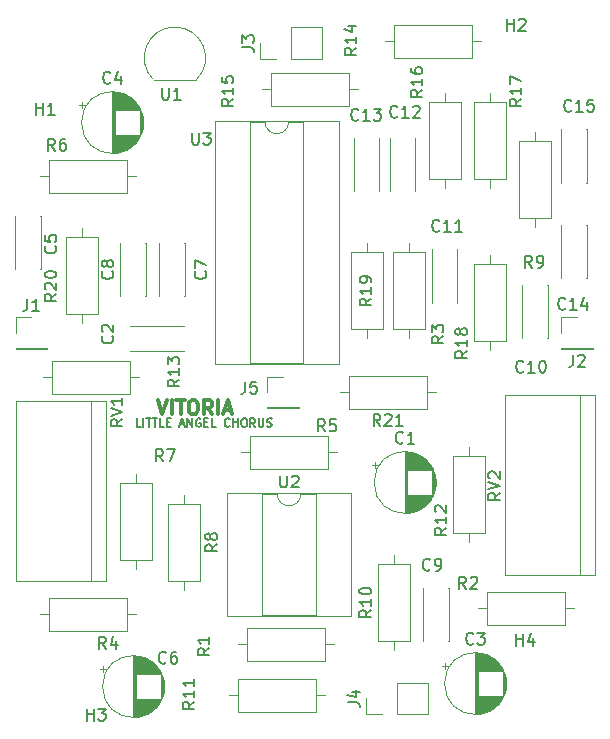
<source format=gto>
G04 #@! TF.GenerationSoftware,KiCad,Pcbnew,6.0.2+dfsg-1*
G04 #@! TF.CreationDate,2023-05-23T14:21:46-03:00*
G04 #@! TF.ProjectId,pedal,70656461-6c2e-46b6-9963-61645f706362,rev?*
G04 #@! TF.SameCoordinates,Original*
G04 #@! TF.FileFunction,Legend,Top*
G04 #@! TF.FilePolarity,Positive*
%FSLAX46Y46*%
G04 Gerber Fmt 4.6, Leading zero omitted, Abs format (unit mm)*
G04 Created by KiCad (PCBNEW 6.0.2+dfsg-1) date 2023-05-23 14:21:46*
%MOMM*%
%LPD*%
G01*
G04 APERTURE LIST*
%ADD10C,0.160000*%
%ADD11C,0.300000*%
%ADD12C,0.150000*%
%ADD13C,0.120000*%
G04 APERTURE END LIST*
D10*
X79469333Y-104860666D02*
X79136000Y-104860666D01*
X79136000Y-104160666D01*
X79702666Y-104860666D02*
X79702666Y-104160666D01*
X79936000Y-104160666D02*
X80336000Y-104160666D01*
X80136000Y-104860666D02*
X80136000Y-104160666D01*
X80469333Y-104160666D02*
X80869333Y-104160666D01*
X80669333Y-104860666D02*
X80669333Y-104160666D01*
X81436000Y-104860666D02*
X81102666Y-104860666D01*
X81102666Y-104160666D01*
X81669333Y-104494000D02*
X81902666Y-104494000D01*
X82002666Y-104860666D02*
X81669333Y-104860666D01*
X81669333Y-104160666D01*
X82002666Y-104160666D01*
X82802666Y-104660666D02*
X83136000Y-104660666D01*
X82736000Y-104860666D02*
X82969333Y-104160666D01*
X83202666Y-104860666D01*
X83436000Y-104860666D02*
X83436000Y-104160666D01*
X83836000Y-104860666D01*
X83836000Y-104160666D01*
X84536000Y-104194000D02*
X84469333Y-104160666D01*
X84369333Y-104160666D01*
X84269333Y-104194000D01*
X84202666Y-104260666D01*
X84169333Y-104327333D01*
X84136000Y-104460666D01*
X84136000Y-104560666D01*
X84169333Y-104694000D01*
X84202666Y-104760666D01*
X84269333Y-104827333D01*
X84369333Y-104860666D01*
X84436000Y-104860666D01*
X84536000Y-104827333D01*
X84569333Y-104794000D01*
X84569333Y-104560666D01*
X84436000Y-104560666D01*
X84869333Y-104494000D02*
X85102666Y-104494000D01*
X85202666Y-104860666D02*
X84869333Y-104860666D01*
X84869333Y-104160666D01*
X85202666Y-104160666D01*
X85836000Y-104860666D02*
X85502666Y-104860666D01*
X85502666Y-104160666D01*
X87002666Y-104794000D02*
X86969333Y-104827333D01*
X86869333Y-104860666D01*
X86802666Y-104860666D01*
X86702666Y-104827333D01*
X86636000Y-104760666D01*
X86602666Y-104694000D01*
X86569333Y-104560666D01*
X86569333Y-104460666D01*
X86602666Y-104327333D01*
X86636000Y-104260666D01*
X86702666Y-104194000D01*
X86802666Y-104160666D01*
X86869333Y-104160666D01*
X86969333Y-104194000D01*
X87002666Y-104227333D01*
X87302666Y-104860666D02*
X87302666Y-104160666D01*
X87302666Y-104494000D02*
X87702666Y-104494000D01*
X87702666Y-104860666D02*
X87702666Y-104160666D01*
X88169333Y-104160666D02*
X88302666Y-104160666D01*
X88369333Y-104194000D01*
X88436000Y-104260666D01*
X88469333Y-104394000D01*
X88469333Y-104627333D01*
X88436000Y-104760666D01*
X88369333Y-104827333D01*
X88302666Y-104860666D01*
X88169333Y-104860666D01*
X88102666Y-104827333D01*
X88036000Y-104760666D01*
X88002666Y-104627333D01*
X88002666Y-104394000D01*
X88036000Y-104260666D01*
X88102666Y-104194000D01*
X88169333Y-104160666D01*
X89169333Y-104860666D02*
X88936000Y-104527333D01*
X88769333Y-104860666D02*
X88769333Y-104160666D01*
X89036000Y-104160666D01*
X89102666Y-104194000D01*
X89136000Y-104227333D01*
X89169333Y-104294000D01*
X89169333Y-104394000D01*
X89136000Y-104460666D01*
X89102666Y-104494000D01*
X89036000Y-104527333D01*
X88769333Y-104527333D01*
X89469333Y-104160666D02*
X89469333Y-104727333D01*
X89502666Y-104794000D01*
X89536000Y-104827333D01*
X89602666Y-104860666D01*
X89736000Y-104860666D01*
X89802666Y-104827333D01*
X89836000Y-104794000D01*
X89869333Y-104727333D01*
X89869333Y-104160666D01*
X90169333Y-104827333D02*
X90269333Y-104860666D01*
X90436000Y-104860666D01*
X90502666Y-104827333D01*
X90536000Y-104794000D01*
X90569333Y-104727333D01*
X90569333Y-104660666D01*
X90536000Y-104594000D01*
X90502666Y-104560666D01*
X90436000Y-104527333D01*
X90302666Y-104494000D01*
X90236000Y-104460666D01*
X90202666Y-104427333D01*
X90169333Y-104360666D01*
X90169333Y-104294000D01*
X90202666Y-104227333D01*
X90236000Y-104194000D01*
X90302666Y-104160666D01*
X90469333Y-104160666D01*
X90569333Y-104194000D01*
D11*
X80902571Y-102616857D02*
X81302571Y-103816857D01*
X81702571Y-102616857D01*
X82102571Y-103816857D02*
X82102571Y-102616857D01*
X82502571Y-102616857D02*
X83188285Y-102616857D01*
X82845428Y-103816857D02*
X82845428Y-102616857D01*
X83816857Y-102616857D02*
X84045428Y-102616857D01*
X84159714Y-102674000D01*
X84274000Y-102788285D01*
X84331142Y-103016857D01*
X84331142Y-103416857D01*
X84274000Y-103645428D01*
X84159714Y-103759714D01*
X84045428Y-103816857D01*
X83816857Y-103816857D01*
X83702571Y-103759714D01*
X83588285Y-103645428D01*
X83531142Y-103416857D01*
X83531142Y-103016857D01*
X83588285Y-102788285D01*
X83702571Y-102674000D01*
X83816857Y-102616857D01*
X85531142Y-103816857D02*
X85131142Y-103245428D01*
X84845428Y-103816857D02*
X84845428Y-102616857D01*
X85302571Y-102616857D01*
X85416857Y-102674000D01*
X85474000Y-102731142D01*
X85531142Y-102845428D01*
X85531142Y-103016857D01*
X85474000Y-103131142D01*
X85416857Y-103188285D01*
X85302571Y-103245428D01*
X84845428Y-103245428D01*
X86045428Y-103816857D02*
X86045428Y-102616857D01*
X86559714Y-103474000D02*
X87131142Y-103474000D01*
X86445428Y-103816857D02*
X86845428Y-102616857D01*
X87245428Y-103816857D01*
D12*
X116089980Y-98766380D02*
X116089980Y-99480666D01*
X116042361Y-99623523D01*
X115947123Y-99718761D01*
X115804266Y-99766380D01*
X115709028Y-99766380D01*
X116518552Y-98861619D02*
X116566171Y-98814000D01*
X116661409Y-98766380D01*
X116899504Y-98766380D01*
X116994742Y-98814000D01*
X117042361Y-98861619D01*
X117089980Y-98956857D01*
X117089980Y-99052095D01*
X117042361Y-99194952D01*
X116470933Y-99766380D01*
X117089980Y-99766380D01*
X103322380Y-76334857D02*
X102846190Y-76668190D01*
X103322380Y-76906285D02*
X102322380Y-76906285D01*
X102322380Y-76525333D01*
X102370000Y-76430095D01*
X102417619Y-76382476D01*
X102512857Y-76334857D01*
X102655714Y-76334857D01*
X102750952Y-76382476D01*
X102798571Y-76430095D01*
X102846190Y-76525333D01*
X102846190Y-76906285D01*
X103322380Y-75382476D02*
X103322380Y-75953904D01*
X103322380Y-75668190D02*
X102322380Y-75668190D01*
X102465238Y-75763428D01*
X102560476Y-75858666D01*
X102608095Y-75953904D01*
X102322380Y-74525333D02*
X102322380Y-74715809D01*
X102370000Y-74811047D01*
X102417619Y-74858666D01*
X102560476Y-74953904D01*
X102750952Y-75001523D01*
X103131904Y-75001523D01*
X103227142Y-74953904D01*
X103274761Y-74906285D01*
X103322380Y-74811047D01*
X103322380Y-74620571D01*
X103274761Y-74525333D01*
X103227142Y-74477714D01*
X103131904Y-74430095D01*
X102893809Y-74430095D01*
X102798571Y-74477714D01*
X102750952Y-74525333D01*
X102703333Y-74620571D01*
X102703333Y-74811047D01*
X102750952Y-74906285D01*
X102798571Y-74953904D01*
X102893809Y-75001523D01*
X105100380Y-97194666D02*
X104624190Y-97528000D01*
X105100380Y-97766095D02*
X104100380Y-97766095D01*
X104100380Y-97385142D01*
X104148000Y-97289904D01*
X104195619Y-97242285D01*
X104290857Y-97194666D01*
X104433714Y-97194666D01*
X104528952Y-97242285D01*
X104576571Y-97289904D01*
X104624190Y-97385142D01*
X104624190Y-97766095D01*
X104100380Y-96861333D02*
X104100380Y-96242285D01*
X104481333Y-96575619D01*
X104481333Y-96432761D01*
X104528952Y-96337523D01*
X104576571Y-96289904D01*
X104671809Y-96242285D01*
X104909904Y-96242285D01*
X105005142Y-96289904D01*
X105052761Y-96337523D01*
X105100380Y-96432761D01*
X105100380Y-96718476D01*
X105052761Y-96813714D01*
X105005142Y-96861333D01*
X112609333Y-91384380D02*
X112276000Y-90908190D01*
X112037904Y-91384380D02*
X112037904Y-90384380D01*
X112418857Y-90384380D01*
X112514095Y-90432000D01*
X112561714Y-90479619D01*
X112609333Y-90574857D01*
X112609333Y-90717714D01*
X112561714Y-90812952D01*
X112514095Y-90860571D01*
X112418857Y-90908190D01*
X112037904Y-90908190D01*
X113085523Y-91384380D02*
X113276000Y-91384380D01*
X113371238Y-91336761D01*
X113418857Y-91289142D01*
X113514095Y-91146285D01*
X113561714Y-90955809D01*
X113561714Y-90574857D01*
X113514095Y-90479619D01*
X113466476Y-90432000D01*
X113371238Y-90384380D01*
X113180761Y-90384380D01*
X113085523Y-90432000D01*
X113037904Y-90479619D01*
X112990285Y-90574857D01*
X112990285Y-90812952D01*
X113037904Y-90908190D01*
X113085523Y-90955809D01*
X113180761Y-91003428D01*
X113371238Y-91003428D01*
X113466476Y-90955809D01*
X113514095Y-90908190D01*
X113561714Y-90812952D01*
X98992380Y-120386857D02*
X98516190Y-120720190D01*
X98992380Y-120958285D02*
X97992380Y-120958285D01*
X97992380Y-120577333D01*
X98040000Y-120482095D01*
X98087619Y-120434476D01*
X98182857Y-120386857D01*
X98325714Y-120386857D01*
X98420952Y-120434476D01*
X98468571Y-120482095D01*
X98516190Y-120577333D01*
X98516190Y-120958285D01*
X98992380Y-119434476D02*
X98992380Y-120005904D01*
X98992380Y-119720190D02*
X97992380Y-119720190D01*
X98135238Y-119815428D01*
X98230476Y-119910666D01*
X98278095Y-120005904D01*
X97992380Y-118815428D02*
X97992380Y-118720190D01*
X98040000Y-118624952D01*
X98087619Y-118577333D01*
X98182857Y-118529714D01*
X98373333Y-118482095D01*
X98611428Y-118482095D01*
X98801904Y-118529714D01*
X98897142Y-118577333D01*
X98944761Y-118624952D01*
X98992380Y-118720190D01*
X98992380Y-118815428D01*
X98944761Y-118910666D01*
X98897142Y-118958285D01*
X98801904Y-119005904D01*
X98611428Y-119053523D01*
X98373333Y-119053523D01*
X98182857Y-119005904D01*
X98087619Y-118958285D01*
X98040000Y-118910666D01*
X97992380Y-118815428D01*
X85288380Y-123610666D02*
X84812190Y-123944000D01*
X85288380Y-124182095D02*
X84288380Y-124182095D01*
X84288380Y-123801142D01*
X84336000Y-123705904D01*
X84383619Y-123658285D01*
X84478857Y-123610666D01*
X84621714Y-123610666D01*
X84716952Y-123658285D01*
X84764571Y-123705904D01*
X84812190Y-123801142D01*
X84812190Y-124182095D01*
X85288380Y-122658285D02*
X85288380Y-123229714D01*
X85288380Y-122944000D02*
X84288380Y-122944000D01*
X84431238Y-123039238D01*
X84526476Y-123134476D01*
X84574095Y-123229714D01*
X99004380Y-94010857D02*
X98528190Y-94344190D01*
X99004380Y-94582285D02*
X98004380Y-94582285D01*
X98004380Y-94201333D01*
X98052000Y-94106095D01*
X98099619Y-94058476D01*
X98194857Y-94010857D01*
X98337714Y-94010857D01*
X98432952Y-94058476D01*
X98480571Y-94106095D01*
X98528190Y-94201333D01*
X98528190Y-94582285D01*
X99004380Y-93058476D02*
X99004380Y-93629904D01*
X99004380Y-93344190D02*
X98004380Y-93344190D01*
X98147238Y-93439428D01*
X98242476Y-93534666D01*
X98290095Y-93629904D01*
X99004380Y-92582285D02*
X99004380Y-92391809D01*
X98956761Y-92296571D01*
X98909142Y-92248952D01*
X98766285Y-92153714D01*
X98575809Y-92106095D01*
X98194857Y-92106095D01*
X98099619Y-92153714D01*
X98052000Y-92201333D01*
X98004380Y-92296571D01*
X98004380Y-92487047D01*
X98052000Y-92582285D01*
X98099619Y-92629904D01*
X98194857Y-92677523D01*
X98432952Y-92677523D01*
X98528190Y-92629904D01*
X98575809Y-92582285D01*
X98623428Y-92487047D01*
X98623428Y-92296571D01*
X98575809Y-92201333D01*
X98528190Y-92153714D01*
X98432952Y-92106095D01*
X81280095Y-76160380D02*
X81280095Y-76969904D01*
X81327714Y-77065142D01*
X81375333Y-77112761D01*
X81470571Y-77160380D01*
X81661047Y-77160380D01*
X81756285Y-77112761D01*
X81803904Y-77065142D01*
X81851523Y-76969904D01*
X81851523Y-76160380D01*
X82851523Y-77160380D02*
X82280095Y-77160380D01*
X82565809Y-77160380D02*
X82565809Y-76160380D01*
X82470571Y-76303238D01*
X82375333Y-76398476D01*
X82280095Y-76446095D01*
X72334380Y-93606857D02*
X71858190Y-93940190D01*
X72334380Y-94178285D02*
X71334380Y-94178285D01*
X71334380Y-93797333D01*
X71382000Y-93702095D01*
X71429619Y-93654476D01*
X71524857Y-93606857D01*
X71667714Y-93606857D01*
X71762952Y-93654476D01*
X71810571Y-93702095D01*
X71858190Y-93797333D01*
X71858190Y-94178285D01*
X71429619Y-93225904D02*
X71382000Y-93178285D01*
X71334380Y-93083047D01*
X71334380Y-92844952D01*
X71382000Y-92749714D01*
X71429619Y-92702095D01*
X71524857Y-92654476D01*
X71620095Y-92654476D01*
X71762952Y-92702095D01*
X72334380Y-93273523D01*
X72334380Y-92654476D01*
X71334380Y-92035428D02*
X71334380Y-91940190D01*
X71382000Y-91844952D01*
X71429619Y-91797333D01*
X71524857Y-91749714D01*
X71715333Y-91702095D01*
X71953428Y-91702095D01*
X72143904Y-91749714D01*
X72239142Y-91797333D01*
X72286761Y-91844952D01*
X72334380Y-91940190D01*
X72334380Y-92035428D01*
X72286761Y-92130666D01*
X72239142Y-92178285D01*
X72143904Y-92225904D01*
X71953428Y-92273523D01*
X71715333Y-92273523D01*
X71524857Y-92225904D01*
X71429619Y-92178285D01*
X71382000Y-92130666D01*
X71334380Y-92035428D01*
X101211142Y-78589142D02*
X101163523Y-78636761D01*
X101020666Y-78684380D01*
X100925428Y-78684380D01*
X100782571Y-78636761D01*
X100687333Y-78541523D01*
X100639714Y-78446285D01*
X100592095Y-78255809D01*
X100592095Y-78112952D01*
X100639714Y-77922476D01*
X100687333Y-77827238D01*
X100782571Y-77732000D01*
X100925428Y-77684380D01*
X101020666Y-77684380D01*
X101163523Y-77732000D01*
X101211142Y-77779619D01*
X102163523Y-78684380D02*
X101592095Y-78684380D01*
X101877809Y-78684380D02*
X101877809Y-77684380D01*
X101782571Y-77827238D01*
X101687333Y-77922476D01*
X101592095Y-77970095D01*
X102544476Y-77779619D02*
X102592095Y-77732000D01*
X102687333Y-77684380D01*
X102925428Y-77684380D01*
X103020666Y-77732000D01*
X103068285Y-77779619D01*
X103115904Y-77874857D01*
X103115904Y-77970095D01*
X103068285Y-78112952D01*
X102496857Y-78684380D01*
X103115904Y-78684380D01*
X101684885Y-106191142D02*
X101637266Y-106238761D01*
X101494409Y-106286380D01*
X101399171Y-106286380D01*
X101256313Y-106238761D01*
X101161075Y-106143523D01*
X101113456Y-106048285D01*
X101065837Y-105857809D01*
X101065837Y-105714952D01*
X101113456Y-105524476D01*
X101161075Y-105429238D01*
X101256313Y-105334000D01*
X101399171Y-105286380D01*
X101494409Y-105286380D01*
X101637266Y-105334000D01*
X101684885Y-105381619D01*
X102637266Y-106286380D02*
X102065837Y-106286380D01*
X102351552Y-106286380D02*
X102351552Y-105286380D01*
X102256313Y-105429238D01*
X102161075Y-105524476D01*
X102065837Y-105572095D01*
X82748380Y-100868857D02*
X82272190Y-101202190D01*
X82748380Y-101440285D02*
X81748380Y-101440285D01*
X81748380Y-101059333D01*
X81796000Y-100964095D01*
X81843619Y-100916476D01*
X81938857Y-100868857D01*
X82081714Y-100868857D01*
X82176952Y-100916476D01*
X82224571Y-100964095D01*
X82272190Y-101059333D01*
X82272190Y-101440285D01*
X82748380Y-99916476D02*
X82748380Y-100487904D01*
X82748380Y-100202190D02*
X81748380Y-100202190D01*
X81891238Y-100297428D01*
X81986476Y-100392666D01*
X82034095Y-100487904D01*
X81748380Y-99583142D02*
X81748380Y-98964095D01*
X82129333Y-99297428D01*
X82129333Y-99154571D01*
X82176952Y-99059333D01*
X82224571Y-99011714D01*
X82319809Y-98964095D01*
X82557904Y-98964095D01*
X82653142Y-99011714D01*
X82700761Y-99059333D01*
X82748380Y-99154571D01*
X82748380Y-99440285D01*
X82700761Y-99535523D01*
X82653142Y-99583142D01*
X115943142Y-78081142D02*
X115895523Y-78128761D01*
X115752666Y-78176380D01*
X115657428Y-78176380D01*
X115514571Y-78128761D01*
X115419333Y-78033523D01*
X115371714Y-77938285D01*
X115324095Y-77747809D01*
X115324095Y-77604952D01*
X115371714Y-77414476D01*
X115419333Y-77319238D01*
X115514571Y-77224000D01*
X115657428Y-77176380D01*
X115752666Y-77176380D01*
X115895523Y-77224000D01*
X115943142Y-77271619D01*
X116895523Y-78176380D02*
X116324095Y-78176380D01*
X116609809Y-78176380D02*
X116609809Y-77176380D01*
X116514571Y-77319238D01*
X116419333Y-77414476D01*
X116324095Y-77462095D01*
X117800285Y-77176380D02*
X117324095Y-77176380D01*
X117276476Y-77652571D01*
X117324095Y-77604952D01*
X117419333Y-77557333D01*
X117657428Y-77557333D01*
X117752666Y-77604952D01*
X117800285Y-77652571D01*
X117847904Y-77747809D01*
X117847904Y-77985904D01*
X117800285Y-78081142D01*
X117752666Y-78128761D01*
X117657428Y-78176380D01*
X117419333Y-78176380D01*
X117324095Y-78128761D01*
X117276476Y-78081142D01*
X88049380Y-72723333D02*
X88763666Y-72723333D01*
X88906523Y-72770952D01*
X89001761Y-72866190D01*
X89049380Y-73009047D01*
X89049380Y-73104285D01*
X88049380Y-72342380D02*
X88049380Y-71723333D01*
X88430333Y-72056666D01*
X88430333Y-71913809D01*
X88477952Y-71818571D01*
X88525571Y-71770952D01*
X88620809Y-71723333D01*
X88858904Y-71723333D01*
X88954142Y-71770952D01*
X89001761Y-71818571D01*
X89049380Y-71913809D01*
X89049380Y-72199523D01*
X89001761Y-72294761D01*
X88954142Y-72342380D01*
X105354380Y-113418857D02*
X104878190Y-113752190D01*
X105354380Y-113990285D02*
X104354380Y-113990285D01*
X104354380Y-113609333D01*
X104402000Y-113514095D01*
X104449619Y-113466476D01*
X104544857Y-113418857D01*
X104687714Y-113418857D01*
X104782952Y-113466476D01*
X104830571Y-113514095D01*
X104878190Y-113609333D01*
X104878190Y-113990285D01*
X105354380Y-112466476D02*
X105354380Y-113037904D01*
X105354380Y-112752190D02*
X104354380Y-112752190D01*
X104497238Y-112847428D01*
X104592476Y-112942666D01*
X104640095Y-113037904D01*
X104449619Y-112085523D02*
X104402000Y-112037904D01*
X104354380Y-111942666D01*
X104354380Y-111704571D01*
X104402000Y-111609333D01*
X104449619Y-111561714D01*
X104544857Y-111514095D01*
X104640095Y-111514095D01*
X104782952Y-111561714D01*
X105354380Y-112133142D01*
X105354380Y-111514095D01*
X69876354Y-94044691D02*
X69876354Y-94758977D01*
X69828735Y-94901834D01*
X69733497Y-94997072D01*
X69590640Y-95044691D01*
X69495402Y-95044691D01*
X70876354Y-95044691D02*
X70304926Y-95044691D01*
X70590640Y-95044691D02*
X70590640Y-94044691D01*
X70495402Y-94187549D01*
X70400164Y-94282787D01*
X70304926Y-94330406D01*
X111879142Y-100179142D02*
X111831523Y-100226761D01*
X111688666Y-100274380D01*
X111593428Y-100274380D01*
X111450571Y-100226761D01*
X111355333Y-100131523D01*
X111307714Y-100036285D01*
X111260095Y-99845809D01*
X111260095Y-99702952D01*
X111307714Y-99512476D01*
X111355333Y-99417238D01*
X111450571Y-99322000D01*
X111593428Y-99274380D01*
X111688666Y-99274380D01*
X111831523Y-99322000D01*
X111879142Y-99369619D01*
X112831523Y-100274380D02*
X112260095Y-100274380D01*
X112545809Y-100274380D02*
X112545809Y-99274380D01*
X112450571Y-99417238D01*
X112355333Y-99512476D01*
X112260095Y-99560095D01*
X113450571Y-99274380D02*
X113545809Y-99274380D01*
X113641047Y-99322000D01*
X113688666Y-99369619D01*
X113736285Y-99464857D01*
X113783904Y-99655333D01*
X113783904Y-99893428D01*
X113736285Y-100083904D01*
X113688666Y-100179142D01*
X113641047Y-100226761D01*
X113545809Y-100274380D01*
X113450571Y-100274380D01*
X113355333Y-100226761D01*
X113307714Y-100179142D01*
X113260095Y-100083904D01*
X113212476Y-99893428D01*
X113212476Y-99655333D01*
X113260095Y-99464857D01*
X113307714Y-99369619D01*
X113355333Y-99322000D01*
X113450571Y-99274380D01*
X109920380Y-110463238D02*
X109444190Y-110796571D01*
X109920380Y-111034666D02*
X108920380Y-111034666D01*
X108920380Y-110653714D01*
X108968000Y-110558476D01*
X109015619Y-110510857D01*
X109110857Y-110463238D01*
X109253714Y-110463238D01*
X109348952Y-110510857D01*
X109396571Y-110558476D01*
X109444190Y-110653714D01*
X109444190Y-111034666D01*
X108920380Y-110177523D02*
X109920380Y-109844190D01*
X108920380Y-109510857D01*
X109015619Y-109225142D02*
X108968000Y-109177523D01*
X108920380Y-109082285D01*
X108920380Y-108844190D01*
X108968000Y-108748952D01*
X109015619Y-108701333D01*
X109110857Y-108653714D01*
X109206095Y-108653714D01*
X109348952Y-108701333D01*
X109920380Y-109272761D01*
X109920380Y-108653714D01*
X115435142Y-94845142D02*
X115387523Y-94892761D01*
X115244666Y-94940380D01*
X115149428Y-94940380D01*
X115006571Y-94892761D01*
X114911333Y-94797523D01*
X114863714Y-94702285D01*
X114816095Y-94511809D01*
X114816095Y-94368952D01*
X114863714Y-94178476D01*
X114911333Y-94083238D01*
X115006571Y-93988000D01*
X115149428Y-93940380D01*
X115244666Y-93940380D01*
X115387523Y-93988000D01*
X115435142Y-94035619D01*
X116387523Y-94940380D02*
X115816095Y-94940380D01*
X116101809Y-94940380D02*
X116101809Y-93940380D01*
X116006571Y-94083238D01*
X115911333Y-94178476D01*
X115816095Y-94226095D01*
X117244666Y-94273714D02*
X117244666Y-94940380D01*
X117006571Y-93892761D02*
X116768476Y-94607047D01*
X117387523Y-94607047D01*
X84018380Y-128150857D02*
X83542190Y-128484190D01*
X84018380Y-128722285D02*
X83018380Y-128722285D01*
X83018380Y-128341333D01*
X83066000Y-128246095D01*
X83113619Y-128198476D01*
X83208857Y-128150857D01*
X83351714Y-128150857D01*
X83446952Y-128198476D01*
X83494571Y-128246095D01*
X83542190Y-128341333D01*
X83542190Y-128722285D01*
X84018380Y-127198476D02*
X84018380Y-127769904D01*
X84018380Y-127484190D02*
X83018380Y-127484190D01*
X83161238Y-127579428D01*
X83256476Y-127674666D01*
X83304095Y-127769904D01*
X84018380Y-126246095D02*
X84018380Y-126817523D01*
X84018380Y-126531809D02*
X83018380Y-126531809D01*
X83161238Y-126627047D01*
X83256476Y-126722285D01*
X83304095Y-126817523D01*
X70612095Y-78430380D02*
X70612095Y-77430380D01*
X70612095Y-77906571D02*
X71183523Y-77906571D01*
X71183523Y-78430380D02*
X71183523Y-77430380D01*
X72183523Y-78430380D02*
X71612095Y-78430380D01*
X71897809Y-78430380D02*
X71897809Y-77430380D01*
X71802571Y-77573238D01*
X71707333Y-77668476D01*
X71612095Y-77716095D01*
X77065142Y-91716666D02*
X77112761Y-91764285D01*
X77160380Y-91907142D01*
X77160380Y-92002380D01*
X77112761Y-92145238D01*
X77017523Y-92240476D01*
X76922285Y-92288095D01*
X76731809Y-92335714D01*
X76588952Y-92335714D01*
X76398476Y-92288095D01*
X76303238Y-92240476D01*
X76208000Y-92145238D01*
X76160380Y-92002380D01*
X76160380Y-91907142D01*
X76208000Y-91764285D01*
X76255619Y-91716666D01*
X76588952Y-91145238D02*
X76541333Y-91240476D01*
X76493714Y-91288095D01*
X76398476Y-91335714D01*
X76350857Y-91335714D01*
X76255619Y-91288095D01*
X76208000Y-91240476D01*
X76160380Y-91145238D01*
X76160380Y-90954761D01*
X76208000Y-90859523D01*
X76255619Y-90811904D01*
X76350857Y-90764285D01*
X76398476Y-90764285D01*
X76493714Y-90811904D01*
X76541333Y-90859523D01*
X76588952Y-90954761D01*
X76588952Y-91145238D01*
X76636571Y-91240476D01*
X76684190Y-91288095D01*
X76779428Y-91335714D01*
X76969904Y-91335714D01*
X77065142Y-91288095D01*
X77112761Y-91240476D01*
X77160380Y-91145238D01*
X77160380Y-90954761D01*
X77112761Y-90859523D01*
X77065142Y-90811904D01*
X76969904Y-90764285D01*
X76779428Y-90764285D01*
X76684190Y-90811904D01*
X76636571Y-90859523D01*
X76588952Y-90954761D01*
X110490095Y-71318380D02*
X110490095Y-70318380D01*
X110490095Y-70794571D02*
X111061523Y-70794571D01*
X111061523Y-71318380D02*
X111061523Y-70318380D01*
X111490095Y-70413619D02*
X111537714Y-70366000D01*
X111632952Y-70318380D01*
X111871047Y-70318380D01*
X111966285Y-70366000D01*
X112013904Y-70413619D01*
X112061523Y-70508857D01*
X112061523Y-70604095D01*
X112013904Y-70746952D01*
X111442476Y-71318380D01*
X112061523Y-71318380D01*
X76541333Y-123642380D02*
X76208000Y-123166190D01*
X75969904Y-123642380D02*
X75969904Y-122642380D01*
X76350857Y-122642380D01*
X76446095Y-122690000D01*
X76493714Y-122737619D01*
X76541333Y-122832857D01*
X76541333Y-122975714D01*
X76493714Y-123070952D01*
X76446095Y-123118571D01*
X76350857Y-123166190D01*
X75969904Y-123166190D01*
X77398476Y-122975714D02*
X77398476Y-123642380D01*
X77160380Y-122594761D02*
X76922285Y-123309047D01*
X77541333Y-123309047D01*
X111704380Y-77096857D02*
X111228190Y-77430190D01*
X111704380Y-77668285D02*
X110704380Y-77668285D01*
X110704380Y-77287333D01*
X110752000Y-77192095D01*
X110799619Y-77144476D01*
X110894857Y-77096857D01*
X111037714Y-77096857D01*
X111132952Y-77144476D01*
X111180571Y-77192095D01*
X111228190Y-77287333D01*
X111228190Y-77668285D01*
X111704380Y-76144476D02*
X111704380Y-76715904D01*
X111704380Y-76430190D02*
X110704380Y-76430190D01*
X110847238Y-76525428D01*
X110942476Y-76620666D01*
X110990095Y-76715904D01*
X110704380Y-75811142D02*
X110704380Y-75144476D01*
X111704380Y-75573047D01*
X72223333Y-81478380D02*
X71890000Y-81002190D01*
X71651904Y-81478380D02*
X71651904Y-80478380D01*
X72032857Y-80478380D01*
X72128095Y-80526000D01*
X72175714Y-80573619D01*
X72223333Y-80668857D01*
X72223333Y-80811714D01*
X72175714Y-80906952D01*
X72128095Y-80954571D01*
X72032857Y-81002190D01*
X71651904Y-81002190D01*
X73080476Y-80478380D02*
X72890000Y-80478380D01*
X72794761Y-80526000D01*
X72747142Y-80573619D01*
X72651904Y-80716476D01*
X72604285Y-80906952D01*
X72604285Y-81287904D01*
X72651904Y-81383142D01*
X72699523Y-81430761D01*
X72794761Y-81478380D01*
X72985238Y-81478380D01*
X73080476Y-81430761D01*
X73128095Y-81383142D01*
X73175714Y-81287904D01*
X73175714Y-81049809D01*
X73128095Y-80954571D01*
X73080476Y-80906952D01*
X72985238Y-80859333D01*
X72794761Y-80859333D01*
X72699523Y-80906952D01*
X72651904Y-80954571D01*
X72604285Y-81049809D01*
X91268095Y-109002380D02*
X91268095Y-109811904D01*
X91315714Y-109907142D01*
X91363333Y-109954761D01*
X91458571Y-110002380D01*
X91649047Y-110002380D01*
X91744285Y-109954761D01*
X91791904Y-109907142D01*
X91839523Y-109811904D01*
X91839523Y-109002380D01*
X92268095Y-109097619D02*
X92315714Y-109050000D01*
X92410952Y-109002380D01*
X92649047Y-109002380D01*
X92744285Y-109050000D01*
X92791904Y-109097619D01*
X92839523Y-109192857D01*
X92839523Y-109288095D01*
X92791904Y-109430952D01*
X92220476Y-110002380D01*
X92839523Y-110002380D01*
X87320380Y-77096857D02*
X86844190Y-77430190D01*
X87320380Y-77668285D02*
X86320380Y-77668285D01*
X86320380Y-77287333D01*
X86368000Y-77192095D01*
X86415619Y-77144476D01*
X86510857Y-77096857D01*
X86653714Y-77096857D01*
X86748952Y-77144476D01*
X86796571Y-77192095D01*
X86844190Y-77287333D01*
X86844190Y-77668285D01*
X87320380Y-76144476D02*
X87320380Y-76715904D01*
X87320380Y-76430190D02*
X86320380Y-76430190D01*
X86463238Y-76525428D01*
X86558476Y-76620666D01*
X86606095Y-76715904D01*
X86320380Y-75239714D02*
X86320380Y-75715904D01*
X86796571Y-75763523D01*
X86748952Y-75715904D01*
X86701333Y-75620666D01*
X86701333Y-75382571D01*
X86748952Y-75287333D01*
X86796571Y-75239714D01*
X86891809Y-75192095D01*
X87129904Y-75192095D01*
X87225142Y-75239714D01*
X87272761Y-75287333D01*
X87320380Y-75382571D01*
X87320380Y-75620666D01*
X87272761Y-75715904D01*
X87225142Y-75763523D01*
X97734380Y-72778857D02*
X97258190Y-73112190D01*
X97734380Y-73350285D02*
X96734380Y-73350285D01*
X96734380Y-72969333D01*
X96782000Y-72874095D01*
X96829619Y-72826476D01*
X96924857Y-72778857D01*
X97067714Y-72778857D01*
X97162952Y-72826476D01*
X97210571Y-72874095D01*
X97258190Y-72969333D01*
X97258190Y-73350285D01*
X97734380Y-71826476D02*
X97734380Y-72397904D01*
X97734380Y-72112190D02*
X96734380Y-72112190D01*
X96877238Y-72207428D01*
X96972476Y-72302666D01*
X97020095Y-72397904D01*
X97067714Y-70969333D02*
X97734380Y-70969333D01*
X96686761Y-71207428D02*
X97401047Y-71445523D01*
X97401047Y-70826476D01*
X77922380Y-104227238D02*
X77446190Y-104560571D01*
X77922380Y-104798666D02*
X76922380Y-104798666D01*
X76922380Y-104417714D01*
X76970000Y-104322476D01*
X77017619Y-104274857D01*
X77112857Y-104227238D01*
X77255714Y-104227238D01*
X77350952Y-104274857D01*
X77398571Y-104322476D01*
X77446190Y-104417714D01*
X77446190Y-104798666D01*
X76922380Y-103941523D02*
X77922380Y-103608190D01*
X76922380Y-103274857D01*
X77922380Y-102417714D02*
X77922380Y-102989142D01*
X77922380Y-102703428D02*
X76922380Y-102703428D01*
X77065238Y-102798666D01*
X77160476Y-102893904D01*
X77208095Y-102989142D01*
X83820095Y-79970380D02*
X83820095Y-80779904D01*
X83867714Y-80875142D01*
X83915333Y-80922761D01*
X84010571Y-80970380D01*
X84201047Y-80970380D01*
X84296285Y-80922761D01*
X84343904Y-80875142D01*
X84391523Y-80779904D01*
X84391523Y-79970380D01*
X84772476Y-79970380D02*
X85391523Y-79970380D01*
X85058190Y-80351333D01*
X85201047Y-80351333D01*
X85296285Y-80398952D01*
X85343904Y-80446571D01*
X85391523Y-80541809D01*
X85391523Y-80779904D01*
X85343904Y-80875142D01*
X85296285Y-80922761D01*
X85201047Y-80970380D01*
X84915333Y-80970380D01*
X84820095Y-80922761D01*
X84772476Y-80875142D01*
X107646221Y-123209142D02*
X107598602Y-123256761D01*
X107455745Y-123304380D01*
X107360507Y-123304380D01*
X107217649Y-123256761D01*
X107122411Y-123161523D01*
X107074792Y-123066285D01*
X107027173Y-122875809D01*
X107027173Y-122732952D01*
X107074792Y-122542476D01*
X107122411Y-122447238D01*
X107217649Y-122352000D01*
X107360507Y-122304380D01*
X107455745Y-122304380D01*
X107598602Y-122352000D01*
X107646221Y-122399619D01*
X107979554Y-122304380D02*
X108598602Y-122304380D01*
X108265268Y-122685333D01*
X108408126Y-122685333D01*
X108503364Y-122732952D01*
X108550983Y-122780571D01*
X108598602Y-122875809D01*
X108598602Y-123113904D01*
X108550983Y-123209142D01*
X108503364Y-123256761D01*
X108408126Y-123304380D01*
X108122411Y-123304380D01*
X108027173Y-123256761D01*
X107979554Y-123209142D01*
X95083333Y-105250380D02*
X94750000Y-104774190D01*
X94511904Y-105250380D02*
X94511904Y-104250380D01*
X94892857Y-104250380D01*
X94988095Y-104298000D01*
X95035714Y-104345619D01*
X95083333Y-104440857D01*
X95083333Y-104583714D01*
X95035714Y-104678952D01*
X94988095Y-104726571D01*
X94892857Y-104774190D01*
X94511904Y-104774190D01*
X95988095Y-104250380D02*
X95511904Y-104250380D01*
X95464285Y-104726571D01*
X95511904Y-104678952D01*
X95607142Y-104631333D01*
X95845238Y-104631333D01*
X95940476Y-104678952D01*
X95988095Y-104726571D01*
X96035714Y-104821809D01*
X96035714Y-105059904D01*
X95988095Y-105155142D01*
X95940476Y-105202761D01*
X95845238Y-105250380D01*
X95607142Y-105250380D01*
X95511904Y-105202761D01*
X95464285Y-105155142D01*
X85952380Y-114830666D02*
X85476190Y-115164000D01*
X85952380Y-115402095D02*
X84952380Y-115402095D01*
X84952380Y-115021142D01*
X85000000Y-114925904D01*
X85047619Y-114878285D01*
X85142857Y-114830666D01*
X85285714Y-114830666D01*
X85380952Y-114878285D01*
X85428571Y-114925904D01*
X85476190Y-115021142D01*
X85476190Y-115402095D01*
X85380952Y-114259238D02*
X85333333Y-114354476D01*
X85285714Y-114402095D01*
X85190476Y-114449714D01*
X85142857Y-114449714D01*
X85047619Y-114402095D01*
X85000000Y-114354476D01*
X84952380Y-114259238D01*
X84952380Y-114068761D01*
X85000000Y-113973523D01*
X85047619Y-113925904D01*
X85142857Y-113878285D01*
X85190476Y-113878285D01*
X85285714Y-113925904D01*
X85333333Y-113973523D01*
X85380952Y-114068761D01*
X85380952Y-114259238D01*
X85428571Y-114354476D01*
X85476190Y-114402095D01*
X85571428Y-114449714D01*
X85761904Y-114449714D01*
X85857142Y-114402095D01*
X85904761Y-114354476D01*
X85952380Y-114259238D01*
X85952380Y-114068761D01*
X85904761Y-113973523D01*
X85857142Y-113925904D01*
X85761904Y-113878285D01*
X85571428Y-113878285D01*
X85476190Y-113925904D01*
X85428571Y-113973523D01*
X85380952Y-114068761D01*
X107120380Y-98432857D02*
X106644190Y-98766190D01*
X107120380Y-99004285D02*
X106120380Y-99004285D01*
X106120380Y-98623333D01*
X106168000Y-98528095D01*
X106215619Y-98480476D01*
X106310857Y-98432857D01*
X106453714Y-98432857D01*
X106548952Y-98480476D01*
X106596571Y-98528095D01*
X106644190Y-98623333D01*
X106644190Y-99004285D01*
X107120380Y-97480476D02*
X107120380Y-98051904D01*
X107120380Y-97766190D02*
X106120380Y-97766190D01*
X106263238Y-97861428D01*
X106358476Y-97956666D01*
X106406095Y-98051904D01*
X106548952Y-96909047D02*
X106501333Y-97004285D01*
X106453714Y-97051904D01*
X106358476Y-97099523D01*
X106310857Y-97099523D01*
X106215619Y-97051904D01*
X106168000Y-97004285D01*
X106120380Y-96909047D01*
X106120380Y-96718571D01*
X106168000Y-96623333D01*
X106215619Y-96575714D01*
X106310857Y-96528095D01*
X106358476Y-96528095D01*
X106453714Y-96575714D01*
X106501333Y-96623333D01*
X106548952Y-96718571D01*
X106548952Y-96909047D01*
X106596571Y-97004285D01*
X106644190Y-97051904D01*
X106739428Y-97099523D01*
X106929904Y-97099523D01*
X107025142Y-97051904D01*
X107072761Y-97004285D01*
X107120380Y-96909047D01*
X107120380Y-96718571D01*
X107072761Y-96623333D01*
X107025142Y-96575714D01*
X106929904Y-96528095D01*
X106739428Y-96528095D01*
X106644190Y-96575714D01*
X106596571Y-96623333D01*
X106548952Y-96718571D01*
X77065142Y-97194666D02*
X77112761Y-97242285D01*
X77160380Y-97385142D01*
X77160380Y-97480380D01*
X77112761Y-97623238D01*
X77017523Y-97718476D01*
X76922285Y-97766095D01*
X76731809Y-97813714D01*
X76588952Y-97813714D01*
X76398476Y-97766095D01*
X76303238Y-97718476D01*
X76208000Y-97623238D01*
X76160380Y-97480380D01*
X76160380Y-97385142D01*
X76208000Y-97242285D01*
X76255619Y-97194666D01*
X76255619Y-96813714D02*
X76208000Y-96766095D01*
X76160380Y-96670857D01*
X76160380Y-96432761D01*
X76208000Y-96337523D01*
X76255619Y-96289904D01*
X76350857Y-96242285D01*
X76446095Y-96242285D01*
X76588952Y-96289904D01*
X77160380Y-96861333D01*
X77160380Y-96242285D01*
X107021333Y-118562380D02*
X106688000Y-118086190D01*
X106449904Y-118562380D02*
X106449904Y-117562380D01*
X106830857Y-117562380D01*
X106926095Y-117610000D01*
X106973714Y-117657619D01*
X107021333Y-117752857D01*
X107021333Y-117895714D01*
X106973714Y-117990952D01*
X106926095Y-118038571D01*
X106830857Y-118086190D01*
X106449904Y-118086190D01*
X107402285Y-117657619D02*
X107449904Y-117610000D01*
X107545142Y-117562380D01*
X107783238Y-117562380D01*
X107878476Y-117610000D01*
X107926095Y-117657619D01*
X107973714Y-117752857D01*
X107973714Y-117848095D01*
X107926095Y-117990952D01*
X107354666Y-118562380D01*
X107973714Y-118562380D01*
X76912221Y-75711142D02*
X76864602Y-75758761D01*
X76721745Y-75806380D01*
X76626507Y-75806380D01*
X76483649Y-75758761D01*
X76388411Y-75663523D01*
X76340792Y-75568285D01*
X76293173Y-75377809D01*
X76293173Y-75234952D01*
X76340792Y-75044476D01*
X76388411Y-74949238D01*
X76483649Y-74854000D01*
X76626507Y-74806380D01*
X76721745Y-74806380D01*
X76864602Y-74854000D01*
X76912221Y-74901619D01*
X77769364Y-75139714D02*
X77769364Y-75806380D01*
X77531268Y-74758761D02*
X77293173Y-75473047D01*
X77912221Y-75473047D01*
X103973333Y-116943142D02*
X103925714Y-116990761D01*
X103782857Y-117038380D01*
X103687619Y-117038380D01*
X103544761Y-116990761D01*
X103449523Y-116895523D01*
X103401904Y-116800285D01*
X103354285Y-116609809D01*
X103354285Y-116466952D01*
X103401904Y-116276476D01*
X103449523Y-116181238D01*
X103544761Y-116086000D01*
X103687619Y-116038380D01*
X103782857Y-116038380D01*
X103925714Y-116086000D01*
X103973333Y-116133619D01*
X104449523Y-117038380D02*
X104640000Y-117038380D01*
X104735238Y-116990761D01*
X104782857Y-116943142D01*
X104878095Y-116800285D01*
X104925714Y-116609809D01*
X104925714Y-116228857D01*
X104878095Y-116133619D01*
X104830476Y-116086000D01*
X104735238Y-116038380D01*
X104544761Y-116038380D01*
X104449523Y-116086000D01*
X104401904Y-116133619D01*
X104354285Y-116228857D01*
X104354285Y-116466952D01*
X104401904Y-116562190D01*
X104449523Y-116609809D01*
X104544761Y-116657428D01*
X104735238Y-116657428D01*
X104830476Y-116609809D01*
X104878095Y-116562190D01*
X104925714Y-116466952D01*
X81621333Y-124817142D02*
X81573714Y-124864761D01*
X81430857Y-124912380D01*
X81335619Y-124912380D01*
X81192761Y-124864761D01*
X81097523Y-124769523D01*
X81049904Y-124674285D01*
X81002285Y-124483809D01*
X81002285Y-124340952D01*
X81049904Y-124150476D01*
X81097523Y-124055238D01*
X81192761Y-123960000D01*
X81335619Y-123912380D01*
X81430857Y-123912380D01*
X81573714Y-123960000D01*
X81621333Y-124007619D01*
X82478476Y-123912380D02*
X82288000Y-123912380D01*
X82192761Y-123960000D01*
X82145142Y-124007619D01*
X82049904Y-124150476D01*
X82002285Y-124340952D01*
X82002285Y-124721904D01*
X82049904Y-124817142D01*
X82097523Y-124864761D01*
X82192761Y-124912380D01*
X82383238Y-124912380D01*
X82478476Y-124864761D01*
X82526095Y-124817142D01*
X82573714Y-124721904D01*
X82573714Y-124483809D01*
X82526095Y-124388571D01*
X82478476Y-124340952D01*
X82383238Y-124293333D01*
X82192761Y-124293333D01*
X82097523Y-124340952D01*
X82049904Y-124388571D01*
X82002285Y-124483809D01*
X99759142Y-104786380D02*
X99425809Y-104310190D01*
X99187714Y-104786380D02*
X99187714Y-103786380D01*
X99568666Y-103786380D01*
X99663904Y-103834000D01*
X99711523Y-103881619D01*
X99759142Y-103976857D01*
X99759142Y-104119714D01*
X99711523Y-104214952D01*
X99663904Y-104262571D01*
X99568666Y-104310190D01*
X99187714Y-104310190D01*
X100140095Y-103881619D02*
X100187714Y-103834000D01*
X100282952Y-103786380D01*
X100521047Y-103786380D01*
X100616285Y-103834000D01*
X100663904Y-103881619D01*
X100711523Y-103976857D01*
X100711523Y-104072095D01*
X100663904Y-104214952D01*
X100092476Y-104786380D01*
X100711523Y-104786380D01*
X101663904Y-104786380D02*
X101092476Y-104786380D01*
X101378190Y-104786380D02*
X101378190Y-103786380D01*
X101282952Y-103929238D01*
X101187714Y-104024476D01*
X101092476Y-104072095D01*
X104767142Y-88241142D02*
X104719523Y-88288761D01*
X104576666Y-88336380D01*
X104481428Y-88336380D01*
X104338571Y-88288761D01*
X104243333Y-88193523D01*
X104195714Y-88098285D01*
X104148095Y-87907809D01*
X104148095Y-87764952D01*
X104195714Y-87574476D01*
X104243333Y-87479238D01*
X104338571Y-87384000D01*
X104481428Y-87336380D01*
X104576666Y-87336380D01*
X104719523Y-87384000D01*
X104767142Y-87431619D01*
X105719523Y-88336380D02*
X105148095Y-88336380D01*
X105433809Y-88336380D02*
X105433809Y-87336380D01*
X105338571Y-87479238D01*
X105243333Y-87574476D01*
X105148095Y-87622095D01*
X106671904Y-88336380D02*
X106100476Y-88336380D01*
X106386190Y-88336380D02*
X106386190Y-87336380D01*
X106290952Y-87479238D01*
X106195714Y-87574476D01*
X106100476Y-87622095D01*
X74930095Y-129738380D02*
X74930095Y-128738380D01*
X74930095Y-129214571D02*
X75501523Y-129214571D01*
X75501523Y-129738380D02*
X75501523Y-128738380D01*
X75882476Y-128738380D02*
X76501523Y-128738380D01*
X76168190Y-129119333D01*
X76311047Y-129119333D01*
X76406285Y-129166952D01*
X76453904Y-129214571D01*
X76501523Y-129309809D01*
X76501523Y-129547904D01*
X76453904Y-129643142D01*
X76406285Y-129690761D01*
X76311047Y-129738380D01*
X76025333Y-129738380D01*
X75930095Y-129690761D01*
X75882476Y-129643142D01*
X97011380Y-128205333D02*
X97725666Y-128205333D01*
X97868523Y-128252952D01*
X97963761Y-128348190D01*
X98011380Y-128491047D01*
X98011380Y-128586285D01*
X97344714Y-127300571D02*
X98011380Y-127300571D01*
X96963761Y-127538666D02*
X97678047Y-127776761D01*
X97678047Y-127157714D01*
X84939142Y-91716666D02*
X84986761Y-91764285D01*
X85034380Y-91907142D01*
X85034380Y-92002380D01*
X84986761Y-92145238D01*
X84891523Y-92240476D01*
X84796285Y-92288095D01*
X84605809Y-92335714D01*
X84462952Y-92335714D01*
X84272476Y-92288095D01*
X84177238Y-92240476D01*
X84082000Y-92145238D01*
X84034380Y-92002380D01*
X84034380Y-91907142D01*
X84082000Y-91764285D01*
X84129619Y-91716666D01*
X84034380Y-91383333D02*
X84034380Y-90716666D01*
X85034380Y-91145238D01*
X88312666Y-101052380D02*
X88312666Y-101766666D01*
X88265047Y-101909523D01*
X88169809Y-102004761D01*
X88026952Y-102052380D01*
X87931714Y-102052380D01*
X89265047Y-101052380D02*
X88788857Y-101052380D01*
X88741238Y-101528571D01*
X88788857Y-101480952D01*
X88884095Y-101433333D01*
X89122190Y-101433333D01*
X89217428Y-101480952D01*
X89265047Y-101528571D01*
X89312666Y-101623809D01*
X89312666Y-101861904D01*
X89265047Y-101957142D01*
X89217428Y-102004761D01*
X89122190Y-102052380D01*
X88884095Y-102052380D01*
X88788857Y-102004761D01*
X88741238Y-101957142D01*
X97909142Y-78843142D02*
X97861523Y-78890761D01*
X97718666Y-78938380D01*
X97623428Y-78938380D01*
X97480571Y-78890761D01*
X97385333Y-78795523D01*
X97337714Y-78700285D01*
X97290095Y-78509809D01*
X97290095Y-78366952D01*
X97337714Y-78176476D01*
X97385333Y-78081238D01*
X97480571Y-77986000D01*
X97623428Y-77938380D01*
X97718666Y-77938380D01*
X97861523Y-77986000D01*
X97909142Y-78033619D01*
X98861523Y-78938380D02*
X98290095Y-78938380D01*
X98575809Y-78938380D02*
X98575809Y-77938380D01*
X98480571Y-78081238D01*
X98385333Y-78176476D01*
X98290095Y-78224095D01*
X99194857Y-77938380D02*
X99813904Y-77938380D01*
X99480571Y-78319333D01*
X99623428Y-78319333D01*
X99718666Y-78366952D01*
X99766285Y-78414571D01*
X99813904Y-78509809D01*
X99813904Y-78747904D01*
X99766285Y-78843142D01*
X99718666Y-78890761D01*
X99623428Y-78938380D01*
X99337714Y-78938380D01*
X99242476Y-78890761D01*
X99194857Y-78843142D01*
X72239142Y-89574666D02*
X72286761Y-89622285D01*
X72334380Y-89765142D01*
X72334380Y-89860380D01*
X72286761Y-90003238D01*
X72191523Y-90098476D01*
X72096285Y-90146095D01*
X71905809Y-90193714D01*
X71762952Y-90193714D01*
X71572476Y-90146095D01*
X71477238Y-90098476D01*
X71382000Y-90003238D01*
X71334380Y-89860380D01*
X71334380Y-89765142D01*
X71382000Y-89622285D01*
X71429619Y-89574666D01*
X71334380Y-88669904D02*
X71334380Y-89146095D01*
X71810571Y-89193714D01*
X71762952Y-89146095D01*
X71715333Y-89050857D01*
X71715333Y-88812761D01*
X71762952Y-88717523D01*
X71810571Y-88669904D01*
X71905809Y-88622285D01*
X72143904Y-88622285D01*
X72239142Y-88669904D01*
X72286761Y-88717523D01*
X72334380Y-88812761D01*
X72334380Y-89050857D01*
X72286761Y-89146095D01*
X72239142Y-89193714D01*
X81367333Y-107790380D02*
X81034000Y-107314190D01*
X80795904Y-107790380D02*
X80795904Y-106790380D01*
X81176857Y-106790380D01*
X81272095Y-106838000D01*
X81319714Y-106885619D01*
X81367333Y-106980857D01*
X81367333Y-107123714D01*
X81319714Y-107218952D01*
X81272095Y-107266571D01*
X81176857Y-107314190D01*
X80795904Y-107314190D01*
X81700666Y-106790380D02*
X82367333Y-106790380D01*
X81938761Y-107790380D01*
X111252095Y-123388380D02*
X111252095Y-122388380D01*
X111252095Y-122864571D02*
X111823523Y-122864571D01*
X111823523Y-123388380D02*
X111823523Y-122388380D01*
X112728285Y-122721714D02*
X112728285Y-123388380D01*
X112490190Y-122340761D02*
X112252095Y-123055047D01*
X112871142Y-123055047D01*
D13*
X115093314Y-96922311D02*
X115093314Y-95592311D01*
X115093314Y-95592311D02*
X116423314Y-95592311D01*
X115093314Y-98192311D02*
X115093314Y-98252311D01*
X117753314Y-98192311D02*
X117753314Y-98252311D01*
X115093314Y-98252311D02*
X117753314Y-98252311D01*
X115093314Y-98192311D02*
X117753314Y-98192311D01*
X103858000Y-83898000D02*
X106598000Y-83898000D01*
X106598000Y-83898000D02*
X106598000Y-77358000D01*
X103858000Y-77358000D02*
X103858000Y-83898000D01*
X105228000Y-84668000D02*
X105228000Y-83898000D01*
X105228000Y-76588000D02*
X105228000Y-77358000D01*
X106598000Y-77358000D02*
X103858000Y-77358000D01*
X103550000Y-96598000D02*
X103550000Y-90058000D01*
X102180000Y-89288000D02*
X102180000Y-90058000D01*
X100810000Y-90058000D02*
X100810000Y-96598000D01*
X103550000Y-90058000D02*
X100810000Y-90058000D01*
X102180000Y-97368000D02*
X102180000Y-96598000D01*
X100810000Y-96598000D02*
X103550000Y-96598000D01*
X112848000Y-87970000D02*
X112848000Y-87200000D01*
X111478000Y-87200000D02*
X114218000Y-87200000D01*
X111478000Y-80660000D02*
X111478000Y-87200000D01*
X114218000Y-87200000D02*
X114218000Y-80660000D01*
X112848000Y-79890000D02*
X112848000Y-80660000D01*
X114218000Y-80660000D02*
X111478000Y-80660000D01*
X102280000Y-116474000D02*
X99540000Y-116474000D01*
X100910000Y-123784000D02*
X100910000Y-123014000D01*
X100910000Y-115704000D02*
X100910000Y-116474000D01*
X102280000Y-123014000D02*
X102280000Y-116474000D01*
X99540000Y-116474000D02*
X99540000Y-123014000D01*
X99540000Y-123014000D02*
X102280000Y-123014000D01*
X95036000Y-121930000D02*
X88496000Y-121930000D01*
X88496000Y-124670000D02*
X95036000Y-124670000D01*
X87726000Y-123300000D02*
X88496000Y-123300000D01*
X95806000Y-123300000D02*
X95036000Y-123300000D01*
X88496000Y-121930000D02*
X88496000Y-124670000D01*
X95036000Y-124670000D02*
X95036000Y-121930000D01*
X98624000Y-97368000D02*
X98624000Y-96598000D01*
X97254000Y-96598000D02*
X99994000Y-96598000D01*
X98624000Y-89288000D02*
X98624000Y-90058000D01*
X99994000Y-96598000D02*
X99994000Y-90058000D01*
X99994000Y-90058000D02*
X97254000Y-90058000D01*
X97254000Y-90058000D02*
X97254000Y-96598000D01*
X80568000Y-75472000D02*
X84168000Y-75472000D01*
X82368000Y-71021999D02*
G75*
G03*
X80529522Y-75460478I0J-2600001D01*
G01*
X84206478Y-75460478D02*
G75*
G03*
X82368000Y-71022000I-1838478J1838478D01*
G01*
X74494000Y-88018000D02*
X74494000Y-88788000D01*
X74494000Y-96098000D02*
X74494000Y-95328000D01*
X75864000Y-95328000D02*
X75864000Y-88788000D01*
X75864000Y-88788000D02*
X73124000Y-88788000D01*
X73124000Y-88788000D02*
X73124000Y-95328000D01*
X73124000Y-95328000D02*
X75864000Y-95328000D01*
X102732000Y-80400000D02*
X102717000Y-80400000D01*
X102732000Y-84940000D02*
X102717000Y-84940000D01*
X100592000Y-80400000D02*
X100592000Y-84940000D01*
X100607000Y-84940000D02*
X100592000Y-84940000D01*
X102732000Y-80400000D02*
X102732000Y-84940000D01*
X100607000Y-80400000D02*
X100592000Y-80400000D01*
X103612552Y-110624000D02*
X103612552Y-111485000D01*
X102371552Y-107056000D02*
X102371552Y-108544000D01*
X102491552Y-107083000D02*
X102491552Y-108544000D01*
X103172552Y-107360000D02*
X103172552Y-108544000D01*
X103532552Y-107613000D02*
X103532552Y-108544000D01*
X103492552Y-110624000D02*
X103492552Y-111588000D01*
X102852552Y-110624000D02*
X102852552Y-111966000D01*
X102972552Y-110624000D02*
X102972552Y-111913000D01*
X103612552Y-107683000D02*
X103612552Y-108544000D01*
X104292552Y-108669000D02*
X104292552Y-110499000D01*
X104052552Y-110624000D02*
X104052552Y-110967000D01*
X102572552Y-107104000D02*
X102572552Y-108544000D01*
X104252552Y-108573000D02*
X104252552Y-110595000D01*
X103252552Y-110624000D02*
X103252552Y-111759000D01*
X103452552Y-110624000D02*
X103452552Y-111619000D01*
X102652552Y-110624000D02*
X102652552Y-112039000D01*
X103252552Y-107409000D02*
X103252552Y-108544000D01*
X103012552Y-107274000D02*
X103012552Y-108544000D01*
X103052552Y-110624000D02*
X103052552Y-111874000D01*
X102171552Y-107023000D02*
X102171552Y-108544000D01*
X104132552Y-110624000D02*
X104132552Y-110835000D01*
X102531552Y-107093000D02*
X102531552Y-108544000D01*
X102612552Y-110624000D02*
X102612552Y-112052000D01*
X102892552Y-107219000D02*
X102892552Y-108544000D01*
X102251552Y-107034000D02*
X102251552Y-108544000D01*
X102091552Y-110624000D02*
X102091552Y-112153000D01*
X104372552Y-108907000D02*
X104372552Y-110261000D01*
X103732552Y-107799000D02*
X103732552Y-108544000D01*
X102772552Y-110624000D02*
X102772552Y-111998000D01*
X103372552Y-110624000D02*
X103372552Y-111679000D01*
X103692552Y-110624000D02*
X103692552Y-111410000D01*
X102291552Y-110624000D02*
X102291552Y-112127000D01*
X103332552Y-107462000D02*
X103332552Y-108544000D01*
X104452552Y-109300000D02*
X104452552Y-109868000D01*
X104012552Y-110624000D02*
X104012552Y-111027000D01*
X104412552Y-109066000D02*
X104412552Y-110102000D01*
X102812552Y-110624000D02*
X102812552Y-111982000D01*
X103692552Y-107758000D02*
X103692552Y-108544000D01*
X102732552Y-107156000D02*
X102732552Y-108544000D01*
X101931552Y-107005000D02*
X101931552Y-112163000D01*
X102211552Y-110624000D02*
X102211552Y-112140000D01*
X102972552Y-107255000D02*
X102972552Y-108544000D01*
X102612552Y-107116000D02*
X102612552Y-108544000D01*
X102131552Y-107019000D02*
X102131552Y-108544000D01*
X103532552Y-110624000D02*
X103532552Y-111555000D01*
X103132552Y-110624000D02*
X103132552Y-111831000D01*
X104012552Y-108141000D02*
X104012552Y-108544000D01*
X102131552Y-110624000D02*
X102131552Y-112149000D01*
X103812552Y-107885000D02*
X103812552Y-108544000D01*
X102411552Y-110624000D02*
X102411552Y-112104000D01*
X103932552Y-110624000D02*
X103932552Y-111138000D01*
X102411552Y-107064000D02*
X102411552Y-108544000D01*
X102892552Y-110624000D02*
X102892552Y-111949000D01*
X101851552Y-107004000D02*
X101851552Y-112164000D01*
X103372552Y-107489000D02*
X103372552Y-108544000D01*
X102451552Y-107073000D02*
X102451552Y-108544000D01*
X102852552Y-107202000D02*
X102852552Y-108544000D01*
X102331552Y-107048000D02*
X102331552Y-108544000D01*
X102531552Y-110624000D02*
X102531552Y-112075000D01*
X101971552Y-107006000D02*
X101971552Y-112162000D01*
X103012552Y-110624000D02*
X103012552Y-111894000D01*
X103092552Y-110624000D02*
X103092552Y-111852000D01*
X104132552Y-108333000D02*
X104132552Y-108544000D01*
X103452552Y-107549000D02*
X103452552Y-108544000D01*
X102732552Y-110624000D02*
X102732552Y-112012000D01*
X102652552Y-107129000D02*
X102652552Y-108544000D01*
X104092552Y-110624000D02*
X104092552Y-110903000D01*
X102932552Y-107236000D02*
X102932552Y-108544000D01*
X103852552Y-107931000D02*
X103852552Y-108544000D01*
X103652552Y-110624000D02*
X103652552Y-111448000D01*
X102331552Y-110624000D02*
X102331552Y-112120000D01*
X104092552Y-108265000D02*
X104092552Y-108544000D01*
X104172552Y-108406000D02*
X104172552Y-110762000D01*
X103772552Y-110624000D02*
X103772552Y-111327000D01*
X103812552Y-110624000D02*
X103812552Y-111283000D01*
X103852552Y-110624000D02*
X103852552Y-111237000D01*
X103972552Y-108084000D02*
X103972552Y-108544000D01*
X103292552Y-110624000D02*
X103292552Y-111733000D01*
X103732552Y-110624000D02*
X103732552Y-111369000D01*
X103132552Y-107337000D02*
X103132552Y-108544000D01*
X102051552Y-107011000D02*
X102051552Y-112157000D01*
X103172552Y-110624000D02*
X103172552Y-111808000D01*
X103652552Y-107720000D02*
X103652552Y-108544000D01*
X103572552Y-110624000D02*
X103572552Y-111521000D01*
X102692552Y-107142000D02*
X102692552Y-108544000D01*
X103892552Y-107979000D02*
X103892552Y-108544000D01*
X99296777Y-107859000D02*
X99296777Y-108359000D01*
X102692552Y-110624000D02*
X102692552Y-112026000D01*
X104212552Y-108486000D02*
X104212552Y-110682000D01*
X103932552Y-108030000D02*
X103932552Y-108544000D01*
X102932552Y-110624000D02*
X102932552Y-111932000D01*
X103412552Y-107519000D02*
X103412552Y-108544000D01*
X102171552Y-110624000D02*
X102171552Y-112145000D01*
X102011552Y-107008000D02*
X102011552Y-112160000D01*
X102091552Y-107015000D02*
X102091552Y-108544000D01*
X102251552Y-110624000D02*
X102251552Y-112134000D01*
X103332552Y-110624000D02*
X103332552Y-111706000D01*
X104332552Y-108779000D02*
X104332552Y-110389000D01*
X103292552Y-107435000D02*
X103292552Y-108544000D01*
X102371552Y-110624000D02*
X102371552Y-112112000D01*
X102572552Y-110624000D02*
X102572552Y-112064000D01*
X103212552Y-110624000D02*
X103212552Y-111784000D01*
X103412552Y-110624000D02*
X103412552Y-111649000D01*
X102291552Y-107041000D02*
X102291552Y-108544000D01*
X103052552Y-107294000D02*
X103052552Y-108544000D01*
X102772552Y-107170000D02*
X102772552Y-108544000D01*
X99046777Y-108109000D02*
X99546777Y-108109000D01*
X102211552Y-107028000D02*
X102211552Y-108544000D01*
X103212552Y-107384000D02*
X103212552Y-108544000D01*
X102491552Y-110624000D02*
X102491552Y-112085000D01*
X103492552Y-107580000D02*
X103492552Y-108544000D01*
X102451552Y-110624000D02*
X102451552Y-112095000D01*
X103092552Y-107316000D02*
X103092552Y-108544000D01*
X103772552Y-107841000D02*
X103772552Y-108544000D01*
X103572552Y-107647000D02*
X103572552Y-108544000D01*
X102812552Y-107186000D02*
X102812552Y-108544000D01*
X103972552Y-110624000D02*
X103972552Y-111084000D01*
X103892552Y-110624000D02*
X103892552Y-111189000D01*
X104052552Y-108201000D02*
X104052552Y-108544000D01*
X101891552Y-107004000D02*
X101891552Y-112164000D01*
X104471552Y-109584000D02*
G75*
G03*
X104471552Y-109584000I-2620000J0D01*
G01*
X79296000Y-100694000D02*
X78526000Y-100694000D01*
X78526000Y-102064000D02*
X78526000Y-99324000D01*
X71986000Y-102064000D02*
X78526000Y-102064000D01*
X71986000Y-99324000D02*
X71986000Y-102064000D01*
X78526000Y-99324000D02*
X71986000Y-99324000D01*
X71216000Y-100694000D02*
X71986000Y-100694000D01*
X117220000Y-84208000D02*
X117220000Y-79668000D01*
X117205000Y-79668000D02*
X117220000Y-79668000D01*
X117205000Y-84208000D02*
X117220000Y-84208000D01*
X115080000Y-79668000D02*
X115095000Y-79668000D01*
X115080000Y-84208000D02*
X115080000Y-79668000D01*
X115080000Y-84208000D02*
X115095000Y-84208000D01*
X92197000Y-73720000D02*
X94797000Y-73720000D01*
X89597000Y-73720000D02*
X89597000Y-72390000D01*
X92197000Y-73720000D02*
X92197000Y-71060000D01*
X92197000Y-71060000D02*
X94797000Y-71060000D01*
X94797000Y-73720000D02*
X94797000Y-71060000D01*
X90927000Y-73720000D02*
X89597000Y-73720000D01*
X107260000Y-106560000D02*
X107260000Y-107330000D01*
X108630000Y-107330000D02*
X105890000Y-107330000D01*
X108630000Y-113870000D02*
X108630000Y-107330000D01*
X105890000Y-113870000D02*
X108630000Y-113870000D01*
X107260000Y-114640000D02*
X107260000Y-113870000D01*
X105890000Y-107330000D02*
X105890000Y-113870000D01*
X68879688Y-98192311D02*
X71539688Y-98192311D01*
X68879688Y-95592311D02*
X70209688Y-95592311D01*
X68879688Y-98192311D02*
X68879688Y-98252311D01*
X68879688Y-96922311D02*
X68879688Y-95592311D01*
X68879688Y-98252311D02*
X71539688Y-98252311D01*
X71539688Y-98192311D02*
X71539688Y-98252311D01*
X111793000Y-92836000D02*
X111778000Y-92836000D01*
X113918000Y-92836000D02*
X113918000Y-97376000D01*
X111793000Y-97376000D02*
X111778000Y-97376000D01*
X113918000Y-92836000D02*
X113903000Y-92836000D01*
X113918000Y-97376000D02*
X113903000Y-97376000D01*
X111778000Y-92836000D02*
X111778000Y-97376000D01*
X110308000Y-117458000D02*
X110308000Y-102218000D01*
X117928000Y-117458000D02*
X117928000Y-102218000D01*
X117928000Y-117458000D02*
X110308000Y-117458000D01*
X117928000Y-102218000D02*
X110308000Y-102218000D01*
X116658000Y-117458000D02*
X116658000Y-102218000D01*
X115080000Y-92296000D02*
X115080000Y-87756000D01*
X115080000Y-92296000D02*
X115095000Y-92296000D01*
X117205000Y-92296000D02*
X117220000Y-92296000D01*
X115080000Y-87756000D02*
X115095000Y-87756000D01*
X117205000Y-87756000D02*
X117220000Y-87756000D01*
X117220000Y-92296000D02*
X117220000Y-87756000D01*
X87734000Y-128988000D02*
X94274000Y-128988000D01*
X86964000Y-127618000D02*
X87734000Y-127618000D01*
X95044000Y-127618000D02*
X94274000Y-127618000D01*
X94274000Y-126248000D02*
X87734000Y-126248000D01*
X94274000Y-128988000D02*
X94274000Y-126248000D01*
X87734000Y-126248000D02*
X87734000Y-128988000D01*
X77742000Y-93820000D02*
X77742000Y-89280000D01*
X77742000Y-93820000D02*
X77757000Y-93820000D01*
X79867000Y-89280000D02*
X79882000Y-89280000D01*
X77742000Y-89280000D02*
X77757000Y-89280000D01*
X79882000Y-93820000D02*
X79882000Y-89280000D01*
X79867000Y-93820000D02*
X79882000Y-93820000D01*
X70962000Y-120760000D02*
X71732000Y-120760000D01*
X79042000Y-120760000D02*
X78272000Y-120760000D01*
X78272000Y-119390000D02*
X71732000Y-119390000D01*
X71732000Y-119390000D02*
X71732000Y-122130000D01*
X78272000Y-122130000D02*
X78272000Y-119390000D01*
X71732000Y-122130000D02*
X78272000Y-122130000D01*
X107668000Y-83898000D02*
X110408000Y-83898000D01*
X109038000Y-76588000D02*
X109038000Y-77358000D01*
X107668000Y-77358000D02*
X107668000Y-83898000D01*
X109038000Y-84668000D02*
X109038000Y-83898000D01*
X110408000Y-83898000D02*
X110408000Y-77358000D01*
X110408000Y-77358000D02*
X107668000Y-77358000D01*
X79042000Y-83676000D02*
X78272000Y-83676000D01*
X78272000Y-85046000D02*
X78272000Y-82306000D01*
X78272000Y-82306000D02*
X71732000Y-82306000D01*
X71732000Y-85046000D02*
X78272000Y-85046000D01*
X71732000Y-82306000D02*
X71732000Y-85046000D01*
X70962000Y-83676000D02*
X71732000Y-83676000D01*
X86780000Y-120890000D02*
X97280000Y-120890000D01*
X89780000Y-110550000D02*
X89780000Y-120830000D01*
X94280000Y-120830000D02*
X94280000Y-110550000D01*
X89780000Y-120830000D02*
X94280000Y-120830000D01*
X97280000Y-120890000D02*
X97280000Y-110490000D01*
X97280000Y-110490000D02*
X86780000Y-110490000D01*
X86780000Y-110490000D02*
X86780000Y-120890000D01*
X91030000Y-110550000D02*
X89780000Y-110550000D01*
X94280000Y-110550000D02*
X93030000Y-110550000D01*
X91030000Y-110550000D02*
G75*
G03*
X93030000Y-110550000I1000000J0D01*
G01*
X97068000Y-74940000D02*
X90528000Y-74940000D01*
X97838000Y-76310000D02*
X97068000Y-76310000D01*
X89758000Y-76310000D02*
X90528000Y-76310000D01*
X97068000Y-77680000D02*
X97068000Y-74940000D01*
X90528000Y-77680000D02*
X97068000Y-77680000D01*
X90528000Y-74940000D02*
X90528000Y-77680000D01*
X107482000Y-70876000D02*
X100942000Y-70876000D01*
X107482000Y-73616000D02*
X107482000Y-70876000D01*
X108252000Y-72246000D02*
X107482000Y-72246000D01*
X100942000Y-70876000D02*
X100942000Y-73616000D01*
X100942000Y-73616000D02*
X107482000Y-73616000D01*
X100172000Y-72246000D02*
X100942000Y-72246000D01*
X76526000Y-117966000D02*
X68906000Y-117966000D01*
X76526000Y-117966000D02*
X76526000Y-102726000D01*
X68906000Y-117966000D02*
X68906000Y-102726000D01*
X75256000Y-117966000D02*
X75256000Y-102726000D01*
X76526000Y-102726000D02*
X68906000Y-102726000D01*
X88754000Y-79044000D02*
X88754000Y-99484000D01*
X88754000Y-99484000D02*
X93254000Y-99484000D01*
X90004000Y-79044000D02*
X88754000Y-79044000D01*
X96254000Y-78984000D02*
X85754000Y-78984000D01*
X93254000Y-99484000D02*
X93254000Y-79044000D01*
X96254000Y-99544000D02*
X96254000Y-78984000D01*
X85754000Y-78984000D02*
X85754000Y-99544000D01*
X93254000Y-79044000D02*
X92004000Y-79044000D01*
X85754000Y-99544000D02*
X96254000Y-99544000D01*
X90004000Y-79044000D02*
G75*
G03*
X92004000Y-79044000I1000000J0D01*
G01*
X108533888Y-127642000D02*
X108533888Y-129082000D01*
X110413888Y-126318000D02*
X110413888Y-126886000D01*
X108893888Y-124254000D02*
X108893888Y-125562000D01*
X109253888Y-124453000D02*
X109253888Y-125562000D01*
X109213888Y-124427000D02*
X109213888Y-125562000D01*
X109773888Y-127642000D02*
X109773888Y-128301000D01*
X109853888Y-127642000D02*
X109853888Y-128207000D01*
X108012888Y-124029000D02*
X108012888Y-129175000D01*
X109573888Y-127642000D02*
X109573888Y-128503000D01*
X108052888Y-124033000D02*
X108052888Y-125562000D01*
X110013888Y-127642000D02*
X110013888Y-127985000D01*
X108052888Y-127642000D02*
X108052888Y-129171000D01*
X108332888Y-124074000D02*
X108332888Y-125562000D01*
X109693888Y-124817000D02*
X109693888Y-125562000D01*
X109773888Y-124903000D02*
X109773888Y-125562000D01*
X109133888Y-124378000D02*
X109133888Y-125562000D01*
X108853888Y-124237000D02*
X108853888Y-125562000D01*
X108973888Y-127642000D02*
X108973888Y-128912000D01*
X109013888Y-127642000D02*
X109013888Y-128892000D01*
X109613888Y-124738000D02*
X109613888Y-125562000D01*
X108693888Y-124174000D02*
X108693888Y-125562000D01*
X108613888Y-124147000D02*
X108613888Y-125562000D01*
X108092888Y-124037000D02*
X108092888Y-125562000D01*
X108653888Y-124160000D02*
X108653888Y-125562000D01*
X108733888Y-127642000D02*
X108733888Y-129016000D01*
X109173888Y-124402000D02*
X109173888Y-125562000D01*
X109293888Y-124480000D02*
X109293888Y-125562000D01*
X109493888Y-124631000D02*
X109493888Y-125562000D01*
X108452888Y-127642000D02*
X108452888Y-129103000D01*
X108172888Y-124046000D02*
X108172888Y-125562000D01*
X107892888Y-124023000D02*
X107892888Y-129181000D01*
X107812888Y-124022000D02*
X107812888Y-129182000D01*
X109813888Y-124949000D02*
X109813888Y-125562000D01*
X109093888Y-124355000D02*
X109093888Y-125562000D01*
X108853888Y-127642000D02*
X108853888Y-128967000D01*
X108653888Y-127642000D02*
X108653888Y-129044000D01*
X109733888Y-127642000D02*
X109733888Y-128345000D01*
X108332888Y-127642000D02*
X108332888Y-129130000D01*
X108973888Y-124292000D02*
X108973888Y-125562000D01*
X105258113Y-124877000D02*
X105258113Y-125377000D01*
X110013888Y-125219000D02*
X110013888Y-125562000D01*
X109173888Y-127642000D02*
X109173888Y-128802000D01*
X109213888Y-127642000D02*
X109213888Y-128777000D01*
X108132888Y-127642000D02*
X108132888Y-129163000D01*
X110293888Y-125797000D02*
X110293888Y-127407000D01*
X110213888Y-125591000D02*
X110213888Y-127613000D01*
X109453888Y-127642000D02*
X109453888Y-128606000D01*
X110093888Y-125351000D02*
X110093888Y-125562000D01*
X105008113Y-125127000D02*
X105508113Y-125127000D01*
X109453888Y-124598000D02*
X109453888Y-125562000D01*
X108813888Y-127642000D02*
X108813888Y-128984000D01*
X108492888Y-127642000D02*
X108492888Y-129093000D01*
X109053888Y-127642000D02*
X109053888Y-128870000D01*
X109533888Y-124665000D02*
X109533888Y-125562000D01*
X108773888Y-124204000D02*
X108773888Y-125562000D01*
X109613888Y-127642000D02*
X109613888Y-128466000D01*
X108773888Y-127642000D02*
X108773888Y-129000000D01*
X109413888Y-124567000D02*
X109413888Y-125562000D01*
X107972888Y-124026000D02*
X107972888Y-129178000D01*
X107932888Y-124024000D02*
X107932888Y-129180000D01*
X107852888Y-124022000D02*
X107852888Y-129182000D01*
X109053888Y-124334000D02*
X109053888Y-125562000D01*
X110333888Y-125925000D02*
X110333888Y-127279000D01*
X108092888Y-127642000D02*
X108092888Y-129167000D01*
X108252888Y-127642000D02*
X108252888Y-129145000D01*
X108893888Y-127642000D02*
X108893888Y-128950000D01*
X108733888Y-124188000D02*
X108733888Y-125562000D01*
X108212888Y-124052000D02*
X108212888Y-125562000D01*
X109573888Y-124701000D02*
X109573888Y-125562000D01*
X108412888Y-124091000D02*
X108412888Y-125562000D01*
X109653888Y-124776000D02*
X109653888Y-125562000D01*
X108412888Y-127642000D02*
X108412888Y-129113000D01*
X110373888Y-126084000D02*
X110373888Y-127120000D01*
X109933888Y-127642000D02*
X109933888Y-128102000D01*
X110053888Y-127642000D02*
X110053888Y-127921000D01*
X109373888Y-124537000D02*
X109373888Y-125562000D01*
X109493888Y-127642000D02*
X109493888Y-128573000D01*
X108292888Y-127642000D02*
X108292888Y-129138000D01*
X108452888Y-124101000D02*
X108452888Y-125562000D01*
X108933888Y-124273000D02*
X108933888Y-125562000D01*
X110053888Y-125283000D02*
X110053888Y-125562000D01*
X109133888Y-127642000D02*
X109133888Y-128826000D01*
X109933888Y-125102000D02*
X109933888Y-125562000D01*
X109373888Y-127642000D02*
X109373888Y-128667000D01*
X108372888Y-127642000D02*
X108372888Y-129122000D01*
X108292888Y-124066000D02*
X108292888Y-125562000D01*
X108693888Y-127642000D02*
X108693888Y-129030000D01*
X109733888Y-124859000D02*
X109733888Y-125562000D01*
X108813888Y-124220000D02*
X108813888Y-125562000D01*
X109293888Y-127642000D02*
X109293888Y-128724000D01*
X110093888Y-127642000D02*
X110093888Y-127853000D01*
X109973888Y-125159000D02*
X109973888Y-125562000D01*
X110253888Y-125687000D02*
X110253888Y-127517000D01*
X110173888Y-125504000D02*
X110173888Y-127700000D01*
X109333888Y-127642000D02*
X109333888Y-128697000D01*
X108613888Y-127642000D02*
X108613888Y-129057000D01*
X109853888Y-124997000D02*
X109853888Y-125562000D01*
X108212888Y-127642000D02*
X108212888Y-129152000D01*
X109093888Y-127642000D02*
X109093888Y-128849000D01*
X109533888Y-127642000D02*
X109533888Y-128539000D01*
X108573888Y-127642000D02*
X108573888Y-129070000D01*
X109653888Y-127642000D02*
X109653888Y-128428000D01*
X109893888Y-127642000D02*
X109893888Y-128156000D01*
X108252888Y-124059000D02*
X108252888Y-125562000D01*
X108933888Y-127642000D02*
X108933888Y-128931000D01*
X108533888Y-124122000D02*
X108533888Y-125562000D01*
X109973888Y-127642000D02*
X109973888Y-128045000D01*
X109813888Y-127642000D02*
X109813888Y-128255000D01*
X108132888Y-124041000D02*
X108132888Y-125562000D01*
X109013888Y-124312000D02*
X109013888Y-125562000D01*
X109253888Y-127642000D02*
X109253888Y-128751000D01*
X108372888Y-124082000D02*
X108372888Y-125562000D01*
X109413888Y-127642000D02*
X109413888Y-128637000D01*
X109693888Y-127642000D02*
X109693888Y-128387000D01*
X108492888Y-124111000D02*
X108492888Y-125562000D01*
X109333888Y-124507000D02*
X109333888Y-125562000D01*
X109893888Y-125048000D02*
X109893888Y-125562000D01*
X110133888Y-125424000D02*
X110133888Y-127780000D01*
X108172888Y-127642000D02*
X108172888Y-129158000D01*
X108573888Y-124134000D02*
X108573888Y-125562000D01*
X110432888Y-126602000D02*
G75*
G03*
X110432888Y-126602000I-2620000J0D01*
G01*
X87980000Y-107044000D02*
X88750000Y-107044000D01*
X88750000Y-108414000D02*
X95290000Y-108414000D01*
X88750000Y-105674000D02*
X88750000Y-108414000D01*
X95290000Y-105674000D02*
X88750000Y-105674000D01*
X96060000Y-107044000D02*
X95290000Y-107044000D01*
X95290000Y-108414000D02*
X95290000Y-105674000D01*
X83130000Y-118704000D02*
X83130000Y-117934000D01*
X83130000Y-110624000D02*
X83130000Y-111394000D01*
X81760000Y-117934000D02*
X84500000Y-117934000D01*
X84500000Y-117934000D02*
X84500000Y-111394000D01*
X81760000Y-111394000D02*
X81760000Y-117934000D01*
X84500000Y-111394000D02*
X81760000Y-111394000D01*
X109038000Y-98384000D02*
X109038000Y-97614000D01*
X110408000Y-91074000D02*
X107668000Y-91074000D01*
X107668000Y-97614000D02*
X110408000Y-97614000D01*
X110408000Y-97614000D02*
X110408000Y-91074000D01*
X109038000Y-90304000D02*
X109038000Y-91074000D01*
X107668000Y-91074000D02*
X107668000Y-97614000D01*
X83114000Y-96322000D02*
X83114000Y-96337000D01*
X78574000Y-96322000D02*
X83114000Y-96322000D01*
X78574000Y-98447000D02*
X78574000Y-98462000D01*
X83114000Y-98447000D02*
X83114000Y-98462000D01*
X78574000Y-96322000D02*
X78574000Y-96337000D01*
X78574000Y-98462000D02*
X83114000Y-98462000D01*
X108816000Y-121622000D02*
X115356000Y-121622000D01*
X115356000Y-118882000D02*
X108816000Y-118882000D01*
X108816000Y-118882000D02*
X108816000Y-121622000D01*
X108046000Y-120252000D02*
X108816000Y-120252000D01*
X116126000Y-120252000D02*
X115356000Y-120252000D01*
X115356000Y-121622000D02*
X115356000Y-118882000D01*
X79698888Y-79104000D02*
G75*
G03*
X79698888Y-79104000I-2620000J0D01*
G01*
X77438888Y-76548000D02*
X77438888Y-78064000D01*
X77879888Y-80144000D02*
X77879888Y-81559000D01*
X79439888Y-78006000D02*
X79439888Y-80202000D01*
X77879888Y-76649000D02*
X77879888Y-78064000D01*
X78119888Y-76739000D02*
X78119888Y-78064000D01*
X78959888Y-77319000D02*
X78959888Y-78064000D01*
X78199888Y-76775000D02*
X78199888Y-78064000D01*
X78679888Y-80144000D02*
X78679888Y-81139000D01*
X79279888Y-80144000D02*
X79279888Y-80487000D01*
X78359888Y-80144000D02*
X78359888Y-81351000D01*
X78479888Y-80144000D02*
X78479888Y-81279000D01*
X77959888Y-76676000D02*
X77959888Y-78064000D01*
X79359888Y-77853000D02*
X79359888Y-78064000D01*
X78479888Y-76929000D02*
X78479888Y-78064000D01*
X79119888Y-80144000D02*
X79119888Y-80709000D01*
X78959888Y-80144000D02*
X78959888Y-80889000D01*
X78039888Y-76706000D02*
X78039888Y-78064000D01*
X78639888Y-77039000D02*
X78639888Y-78064000D01*
X78079888Y-80144000D02*
X78079888Y-81486000D01*
X77718888Y-76603000D02*
X77718888Y-78064000D01*
X77839888Y-80144000D02*
X77839888Y-81572000D01*
X79079888Y-80144000D02*
X79079888Y-80757000D01*
X78799888Y-80144000D02*
X78799888Y-81041000D01*
X79319888Y-80144000D02*
X79319888Y-80423000D01*
X77678888Y-76593000D02*
X77678888Y-78064000D01*
X77999888Y-80144000D02*
X77999888Y-81518000D01*
X78719888Y-77100000D02*
X78719888Y-78064000D01*
X78799888Y-77167000D02*
X78799888Y-78064000D01*
X78639888Y-80144000D02*
X78639888Y-81169000D01*
X78519888Y-80144000D02*
X78519888Y-81253000D01*
X79679888Y-78820000D02*
X79679888Y-79388000D01*
X78159888Y-80144000D02*
X78159888Y-81452000D01*
X78559888Y-76982000D02*
X78559888Y-78064000D01*
X78919888Y-80144000D02*
X78919888Y-80930000D01*
X77398888Y-76543000D02*
X77398888Y-78064000D01*
X77598888Y-76576000D02*
X77598888Y-78064000D01*
X79159888Y-80144000D02*
X79159888Y-80658000D01*
X79199888Y-77604000D02*
X79199888Y-78064000D01*
X77118888Y-76524000D02*
X77118888Y-81684000D01*
X77638888Y-80144000D02*
X77638888Y-81624000D01*
X77398888Y-80144000D02*
X77398888Y-81665000D01*
X78879888Y-80144000D02*
X78879888Y-80968000D01*
X78719888Y-80144000D02*
X78719888Y-81108000D01*
X77158888Y-76525000D02*
X77158888Y-81683000D01*
X79279888Y-77721000D02*
X79279888Y-78064000D01*
X78039888Y-80144000D02*
X78039888Y-81502000D01*
X77799888Y-80144000D02*
X77799888Y-81584000D01*
X77959888Y-80144000D02*
X77959888Y-81532000D01*
X74524113Y-77379000D02*
X74524113Y-77879000D01*
X78879888Y-77240000D02*
X78879888Y-78064000D01*
X78279888Y-80144000D02*
X78279888Y-81394000D01*
X79239888Y-77661000D02*
X79239888Y-78064000D01*
X77238888Y-76528000D02*
X77238888Y-81680000D01*
X78439888Y-76904000D02*
X78439888Y-78064000D01*
X79119888Y-77499000D02*
X79119888Y-78064000D01*
X77438888Y-80144000D02*
X77438888Y-81660000D01*
X77598888Y-80144000D02*
X77598888Y-81632000D01*
X77518888Y-80144000D02*
X77518888Y-81647000D01*
X77799888Y-76624000D02*
X77799888Y-78064000D01*
X77318888Y-76535000D02*
X77318888Y-78064000D01*
X77478888Y-80144000D02*
X77478888Y-81654000D01*
X77758888Y-80144000D02*
X77758888Y-81595000D01*
X78599888Y-77009000D02*
X78599888Y-78064000D01*
X77718888Y-80144000D02*
X77718888Y-81605000D01*
X77358888Y-80144000D02*
X77358888Y-81669000D01*
X78159888Y-76756000D02*
X78159888Y-78064000D01*
X79559888Y-78299000D02*
X79559888Y-79909000D01*
X78319888Y-80144000D02*
X78319888Y-81372000D01*
X74274113Y-77629000D02*
X74774113Y-77629000D01*
X79519888Y-78189000D02*
X79519888Y-80019000D01*
X78519888Y-76955000D02*
X78519888Y-78064000D01*
X77478888Y-76554000D02*
X77478888Y-78064000D01*
X77518888Y-76561000D02*
X77518888Y-78064000D01*
X78439888Y-80144000D02*
X78439888Y-81304000D01*
X79399888Y-77926000D02*
X79399888Y-80282000D01*
X78119888Y-80144000D02*
X78119888Y-81469000D01*
X77198888Y-76526000D02*
X77198888Y-81682000D01*
X79479888Y-78093000D02*
X79479888Y-80115000D01*
X79199888Y-80144000D02*
X79199888Y-80604000D01*
X78839888Y-77203000D02*
X78839888Y-78064000D01*
X79359888Y-80144000D02*
X79359888Y-80355000D01*
X79599888Y-78427000D02*
X79599888Y-79781000D01*
X78239888Y-80144000D02*
X78239888Y-81414000D01*
X77318888Y-80144000D02*
X77318888Y-81673000D01*
X79039888Y-77405000D02*
X79039888Y-78064000D01*
X79639888Y-78586000D02*
X79639888Y-79622000D01*
X77558888Y-76568000D02*
X77558888Y-78064000D01*
X77278888Y-76531000D02*
X77278888Y-81677000D01*
X78759888Y-80144000D02*
X78759888Y-81075000D01*
X78399888Y-80144000D02*
X78399888Y-81328000D01*
X79159888Y-77550000D02*
X79159888Y-78064000D01*
X78599888Y-80144000D02*
X78599888Y-81199000D01*
X79319888Y-77785000D02*
X79319888Y-78064000D01*
X79239888Y-80144000D02*
X79239888Y-80547000D01*
X77999888Y-76690000D02*
X77999888Y-78064000D01*
X77078888Y-76524000D02*
X77078888Y-81684000D01*
X78079888Y-76722000D02*
X78079888Y-78064000D01*
X79039888Y-80144000D02*
X79039888Y-80803000D01*
X79079888Y-77451000D02*
X79079888Y-78064000D01*
X78399888Y-76880000D02*
X78399888Y-78064000D01*
X77919888Y-76662000D02*
X77919888Y-78064000D01*
X77839888Y-76636000D02*
X77839888Y-78064000D01*
X77678888Y-80144000D02*
X77678888Y-81615000D01*
X77558888Y-80144000D02*
X77558888Y-81640000D01*
X78279888Y-76814000D02*
X78279888Y-78064000D01*
X78199888Y-80144000D02*
X78199888Y-81433000D01*
X78919888Y-77278000D02*
X78919888Y-78064000D01*
X78679888Y-77069000D02*
X78679888Y-78064000D01*
X77758888Y-76613000D02*
X77758888Y-78064000D01*
X77919888Y-80144000D02*
X77919888Y-81546000D01*
X77358888Y-76539000D02*
X77358888Y-78064000D01*
X78359888Y-76857000D02*
X78359888Y-78064000D01*
X78759888Y-77133000D02*
X78759888Y-78064000D01*
X78319888Y-76836000D02*
X78319888Y-78064000D01*
X78999888Y-80144000D02*
X78999888Y-80847000D01*
X78239888Y-76794000D02*
X78239888Y-78064000D01*
X78839888Y-80144000D02*
X78839888Y-81005000D01*
X78559888Y-80144000D02*
X78559888Y-81226000D01*
X78999888Y-77361000D02*
X78999888Y-78064000D01*
X77638888Y-76584000D02*
X77638888Y-78064000D01*
X103396000Y-118490000D02*
X103396000Y-123030000D01*
X103411000Y-118490000D02*
X103396000Y-118490000D01*
X103411000Y-123030000D02*
X103396000Y-123030000D01*
X105536000Y-118490000D02*
X105536000Y-123030000D01*
X105536000Y-123030000D02*
X105521000Y-123030000D01*
X105536000Y-118490000D02*
X105521000Y-118490000D01*
X79817888Y-124458000D02*
X79817888Y-125816000D01*
X79536888Y-127896000D02*
X79536888Y-129347000D01*
X79697888Y-127896000D02*
X79697888Y-129298000D01*
X78856888Y-124276000D02*
X78856888Y-129436000D01*
X80737888Y-125071000D02*
X80737888Y-125816000D01*
X80777888Y-125113000D02*
X80777888Y-125816000D01*
X79977888Y-124527000D02*
X79977888Y-125816000D01*
X76052113Y-125381000D02*
X76552113Y-125381000D01*
X80177888Y-127896000D02*
X80177888Y-129080000D01*
X80817888Y-127896000D02*
X80817888Y-128555000D01*
X80697888Y-127896000D02*
X80697888Y-128682000D01*
X79577888Y-124376000D02*
X79577888Y-125816000D01*
X80657888Y-127896000D02*
X80657888Y-128720000D01*
X80297888Y-124707000D02*
X80297888Y-125816000D01*
X81097888Y-125537000D02*
X81097888Y-125816000D01*
X80617888Y-127896000D02*
X80617888Y-128757000D01*
X80417888Y-127896000D02*
X80417888Y-128921000D01*
X79336888Y-124320000D02*
X79336888Y-125816000D01*
X80057888Y-127896000D02*
X80057888Y-129146000D01*
X80017888Y-127896000D02*
X80017888Y-129166000D01*
X79456888Y-124345000D02*
X79456888Y-125816000D01*
X80217888Y-124656000D02*
X80217888Y-125816000D01*
X79857888Y-127896000D02*
X79857888Y-129238000D01*
X80937888Y-127896000D02*
X80937888Y-128410000D01*
X80377888Y-127896000D02*
X80377888Y-128951000D01*
X79777888Y-127896000D02*
X79777888Y-129270000D01*
X79617888Y-127896000D02*
X79617888Y-129324000D01*
X79416888Y-124336000D02*
X79416888Y-125816000D01*
X79176888Y-127896000D02*
X79176888Y-129417000D01*
X81057888Y-125473000D02*
X81057888Y-125816000D01*
X80857888Y-127896000D02*
X80857888Y-128509000D01*
X80697888Y-125030000D02*
X80697888Y-125816000D01*
X80817888Y-125157000D02*
X80817888Y-125816000D01*
X79296888Y-124313000D02*
X79296888Y-125816000D01*
X80497888Y-124852000D02*
X80497888Y-125816000D01*
X80377888Y-124761000D02*
X80377888Y-125816000D01*
X79096888Y-127896000D02*
X79096888Y-129425000D01*
X79256888Y-127896000D02*
X79256888Y-129406000D01*
X79216888Y-127896000D02*
X79216888Y-129412000D01*
X80417888Y-124791000D02*
X80417888Y-125816000D01*
X78936888Y-124277000D02*
X78936888Y-129435000D01*
X79897888Y-127896000D02*
X79897888Y-129221000D01*
X81137888Y-127896000D02*
X81137888Y-128107000D01*
X79056888Y-124283000D02*
X79056888Y-129429000D01*
X81337888Y-126051000D02*
X81337888Y-127661000D01*
X80337888Y-124734000D02*
X80337888Y-125816000D01*
X79496888Y-124355000D02*
X79496888Y-125816000D01*
X79777888Y-124442000D02*
X79777888Y-125816000D01*
X79817888Y-127896000D02*
X79817888Y-129254000D01*
X80977888Y-125356000D02*
X80977888Y-125816000D01*
X79096888Y-124287000D02*
X79096888Y-125816000D01*
X79016888Y-124280000D02*
X79016888Y-129432000D01*
X79136888Y-124291000D02*
X79136888Y-125816000D01*
X80617888Y-124955000D02*
X80617888Y-125816000D01*
X79617888Y-124388000D02*
X79617888Y-125816000D01*
X80217888Y-127896000D02*
X80217888Y-129056000D01*
X81137888Y-125605000D02*
X81137888Y-125816000D01*
X80137888Y-127896000D02*
X80137888Y-129103000D01*
X79697888Y-124414000D02*
X79697888Y-125816000D01*
X81057888Y-127896000D02*
X81057888Y-128239000D01*
X78976888Y-124278000D02*
X78976888Y-129434000D01*
X79416888Y-127896000D02*
X79416888Y-129376000D01*
X81017888Y-127896000D02*
X81017888Y-128299000D01*
X80097888Y-124588000D02*
X80097888Y-125816000D01*
X81097888Y-127896000D02*
X81097888Y-128175000D01*
X80897888Y-127896000D02*
X80897888Y-128461000D01*
X80177888Y-124632000D02*
X80177888Y-125816000D01*
X80017888Y-124546000D02*
X80017888Y-125816000D01*
X81457888Y-126572000D02*
X81457888Y-127140000D01*
X79937888Y-127896000D02*
X79937888Y-129204000D01*
X79657888Y-127896000D02*
X79657888Y-129311000D01*
X81177888Y-125678000D02*
X81177888Y-128034000D01*
X79657888Y-124401000D02*
X79657888Y-125816000D01*
X79937888Y-124508000D02*
X79937888Y-125816000D01*
X80537888Y-127896000D02*
X80537888Y-128827000D01*
X80897888Y-125251000D02*
X80897888Y-125816000D01*
X76302113Y-125131000D02*
X76302113Y-125631000D01*
X79216888Y-124300000D02*
X79216888Y-125816000D01*
X79857888Y-124474000D02*
X79857888Y-125816000D01*
X81297888Y-125941000D02*
X81297888Y-127771000D01*
X80577888Y-127896000D02*
X80577888Y-128793000D01*
X80337888Y-127896000D02*
X80337888Y-128978000D01*
X80937888Y-125302000D02*
X80937888Y-125816000D01*
X79376888Y-127896000D02*
X79376888Y-129384000D01*
X79737888Y-127896000D02*
X79737888Y-129284000D01*
X80577888Y-124919000D02*
X80577888Y-125816000D01*
X81417888Y-126338000D02*
X81417888Y-127374000D01*
X79376888Y-124328000D02*
X79376888Y-125816000D01*
X80057888Y-124566000D02*
X80057888Y-125816000D01*
X81017888Y-125413000D02*
X81017888Y-125816000D01*
X80257888Y-124681000D02*
X80257888Y-125816000D01*
X79136888Y-127896000D02*
X79136888Y-129421000D01*
X81377888Y-126179000D02*
X81377888Y-127533000D01*
X80657888Y-124992000D02*
X80657888Y-125816000D01*
X79176888Y-124295000D02*
X79176888Y-125816000D01*
X80297888Y-127896000D02*
X80297888Y-129005000D01*
X80737888Y-127896000D02*
X80737888Y-128641000D01*
X78896888Y-124276000D02*
X78896888Y-129436000D01*
X79456888Y-127896000D02*
X79456888Y-129367000D01*
X79336888Y-127896000D02*
X79336888Y-129392000D01*
X79897888Y-124491000D02*
X79897888Y-125816000D01*
X79256888Y-124306000D02*
X79256888Y-125816000D01*
X80537888Y-124885000D02*
X80537888Y-125816000D01*
X80457888Y-124821000D02*
X80457888Y-125816000D01*
X80457888Y-127896000D02*
X80457888Y-128891000D01*
X81217888Y-125758000D02*
X81217888Y-127954000D01*
X79737888Y-124428000D02*
X79737888Y-125816000D01*
X80497888Y-127896000D02*
X80497888Y-128860000D01*
X79977888Y-127896000D02*
X79977888Y-129185000D01*
X80097888Y-127896000D02*
X80097888Y-129124000D01*
X79296888Y-127896000D02*
X79296888Y-129399000D01*
X79536888Y-124365000D02*
X79536888Y-125816000D01*
X80777888Y-127896000D02*
X80777888Y-128599000D01*
X80257888Y-127896000D02*
X80257888Y-129031000D01*
X80137888Y-124609000D02*
X80137888Y-125816000D01*
X80977888Y-127896000D02*
X80977888Y-128356000D01*
X81257888Y-125845000D02*
X81257888Y-127867000D01*
X79577888Y-127896000D02*
X79577888Y-129336000D01*
X79496888Y-127896000D02*
X79496888Y-129357000D01*
X80857888Y-125203000D02*
X80857888Y-125816000D01*
X81476888Y-126856000D02*
G75*
G03*
X81476888Y-126856000I-2620000J0D01*
G01*
X96362000Y-101964000D02*
X97132000Y-101964000D01*
X104442000Y-101964000D02*
X103672000Y-101964000D01*
X103672000Y-103334000D02*
X103672000Y-100594000D01*
X97132000Y-100594000D02*
X97132000Y-103334000D01*
X103672000Y-100594000D02*
X97132000Y-100594000D01*
X97132000Y-103334000D02*
X103672000Y-103334000D01*
X106288000Y-89838000D02*
X106273000Y-89838000D01*
X104148000Y-89838000D02*
X104148000Y-94378000D01*
X106288000Y-89838000D02*
X106288000Y-94378000D01*
X106288000Y-94378000D02*
X106273000Y-94378000D01*
X104163000Y-94378000D02*
X104148000Y-94378000D01*
X104163000Y-89838000D02*
X104148000Y-89838000D01*
X103759000Y-129202000D02*
X103759000Y-126542000D01*
X98559000Y-129202000D02*
X98559000Y-127872000D01*
X101159000Y-126542000D02*
X103759000Y-126542000D01*
X101159000Y-129202000D02*
X101159000Y-126542000D01*
X99889000Y-129202000D02*
X98559000Y-129202000D01*
X101159000Y-129202000D02*
X103759000Y-129202000D01*
X83169000Y-89280000D02*
X83184000Y-89280000D01*
X83169000Y-93820000D02*
X83184000Y-93820000D01*
X81044000Y-89280000D02*
X81059000Y-89280000D01*
X81044000Y-93820000D02*
X81059000Y-93820000D01*
X81044000Y-93820000D02*
X81044000Y-89280000D01*
X83184000Y-93820000D02*
X83184000Y-89280000D01*
X92842000Y-103234000D02*
X92842000Y-103294000D01*
X90182000Y-101964000D02*
X90182000Y-100634000D01*
X90182000Y-103294000D02*
X92842000Y-103294000D01*
X90182000Y-103234000D02*
X90182000Y-103294000D01*
X90182000Y-100634000D02*
X91512000Y-100634000D01*
X90182000Y-103234000D02*
X92842000Y-103234000D01*
X99684000Y-84940000D02*
X99669000Y-84940000D01*
X97559000Y-84940000D02*
X97544000Y-84940000D01*
X97544000Y-80400000D02*
X97544000Y-84940000D01*
X99684000Y-80400000D02*
X99684000Y-84940000D01*
X97559000Y-80400000D02*
X97544000Y-80400000D01*
X99684000Y-80400000D02*
X99669000Y-80400000D01*
X68852000Y-86994000D02*
X68867000Y-86994000D01*
X68852000Y-91534000D02*
X68867000Y-91534000D01*
X70977000Y-91534000D02*
X70992000Y-91534000D01*
X70992000Y-91534000D02*
X70992000Y-86994000D01*
X70977000Y-86994000D02*
X70992000Y-86994000D01*
X68852000Y-91534000D02*
X68852000Y-86994000D01*
X77696000Y-116156000D02*
X80436000Y-116156000D01*
X79066000Y-108846000D02*
X79066000Y-109616000D01*
X79066000Y-116926000D02*
X79066000Y-116156000D01*
X80436000Y-116156000D02*
X80436000Y-109616000D01*
X77696000Y-109616000D02*
X77696000Y-116156000D01*
X80436000Y-109616000D02*
X77696000Y-109616000D01*
M02*

</source>
